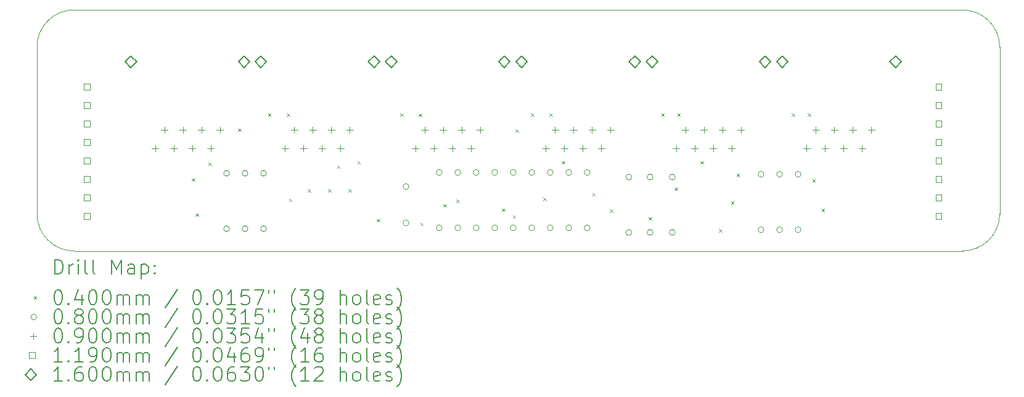
<source format=gbr>
%TF.GenerationSoftware,KiCad,Pcbnew,7.0.1*%
%TF.CreationDate,2023-07-05T16:18:23-05:00*%
%TF.ProjectId,pn5180 mcp23008 breakout board,706e3531-3830-4206-9d63-703233303038,rev?*%
%TF.SameCoordinates,Original*%
%TF.FileFunction,Drillmap*%
%TF.FilePolarity,Positive*%
%FSLAX45Y45*%
G04 Gerber Fmt 4.5, Leading zero omitted, Abs format (unit mm)*
G04 Created by KiCad (PCBNEW 7.0.1) date 2023-07-05 16:18:23*
%MOMM*%
%LPD*%
G01*
G04 APERTURE LIST*
%ADD10C,0.100000*%
%ADD11C,0.200000*%
%ADD12C,0.040000*%
%ADD13C,0.080000*%
%ADD14C,0.090000*%
%ADD15C,0.119000*%
%ADD16C,0.160000*%
G04 APERTURE END LIST*
D10*
X21069300Y-10795000D02*
X8864600Y-10795000D01*
X8356600Y-7988300D02*
X8356600Y-10287000D01*
X8864600Y-7480300D02*
X21069300Y-7480300D01*
X21577300Y-7988300D02*
X21577300Y-10287000D01*
X21577300Y-7988300D02*
G75*
G03*
X21069300Y-7480300I-508000J0D01*
G01*
X8864600Y-7480300D02*
G75*
G03*
X8356600Y-7988300I0J-508000D01*
G01*
X8356600Y-10287000D02*
G75*
G03*
X8864600Y-10795000I508000J0D01*
G01*
X21069300Y-10795000D02*
G75*
G03*
X21577300Y-10287000I0J508000D01*
G01*
D11*
D12*
X10482900Y-9797100D02*
X10522900Y-9837100D01*
X10522900Y-9797100D02*
X10482900Y-9837100D01*
X10533700Y-10279700D02*
X10573700Y-10319700D01*
X10573700Y-10279700D02*
X10533700Y-10319700D01*
X10711500Y-9581200D02*
X10751500Y-9621200D01*
X10751500Y-9581200D02*
X10711500Y-9621200D01*
X11117900Y-9111300D02*
X11157900Y-9151300D01*
X11157900Y-9111300D02*
X11117900Y-9151300D01*
X11528650Y-8903750D02*
X11568650Y-8943750D01*
X11568650Y-8903750D02*
X11528650Y-8943750D01*
X11786196Y-8903750D02*
X11826196Y-8943750D01*
X11826196Y-8903750D02*
X11786196Y-8943750D01*
X11816400Y-10076500D02*
X11856400Y-10116500D01*
X11856400Y-10076500D02*
X11816400Y-10116500D01*
X12076100Y-9942200D02*
X12116100Y-9982200D01*
X12116100Y-9942200D02*
X12076100Y-9982200D01*
X12355500Y-9942200D02*
X12395500Y-9982200D01*
X12395500Y-9942200D02*
X12355500Y-9982200D01*
X12476800Y-9619300D02*
X12516800Y-9659300D01*
X12516800Y-9619300D02*
X12476800Y-9659300D01*
X12634900Y-9942200D02*
X12674900Y-9982200D01*
X12674900Y-9942200D02*
X12634900Y-9982200D01*
X12756200Y-9557950D02*
X12796200Y-9597950D01*
X12796200Y-9557950D02*
X12756200Y-9597950D01*
X13022900Y-10355900D02*
X13062900Y-10395900D01*
X13062900Y-10355900D02*
X13022900Y-10395900D01*
X13344900Y-8903750D02*
X13384900Y-8943750D01*
X13384900Y-8903750D02*
X13344900Y-8943750D01*
X13598121Y-8907471D02*
X13638121Y-8947471D01*
X13638121Y-8907471D02*
X13598121Y-8947471D01*
X13619800Y-10406700D02*
X13659800Y-10446700D01*
X13659800Y-10406700D02*
X13619800Y-10446700D01*
X13937300Y-10152700D02*
X13977300Y-10192700D01*
X13977300Y-10152700D02*
X13937300Y-10192700D01*
X14115100Y-10087450D02*
X14155100Y-10127450D01*
X14155100Y-10087450D02*
X14115100Y-10127450D01*
X14742249Y-10211351D02*
X14782249Y-10251351D01*
X14782249Y-10211351D02*
X14742249Y-10251351D01*
X14889800Y-10305100D02*
X14929800Y-10345100D01*
X14929800Y-10305100D02*
X14889800Y-10345100D01*
X14927900Y-9124000D02*
X14967900Y-9164000D01*
X14967900Y-9124000D02*
X14927900Y-9164000D01*
X15138950Y-8904210D02*
X15178950Y-8944210D01*
X15178950Y-8904210D02*
X15138950Y-8944210D01*
X15308900Y-10063800D02*
X15348900Y-10103800D01*
X15348900Y-10063800D02*
X15308900Y-10103800D01*
X15390869Y-8903750D02*
X15430869Y-8943750D01*
X15430869Y-8903750D02*
X15390869Y-8943750D01*
X15562900Y-9557950D02*
X15602900Y-9597950D01*
X15602900Y-9557950D02*
X15562900Y-9597950D01*
X15982000Y-10000300D02*
X16022000Y-10040300D01*
X16022000Y-10000300D02*
X15982000Y-10040300D01*
X16223300Y-10226400D02*
X16263300Y-10266400D01*
X16263300Y-10226400D02*
X16223300Y-10266400D01*
X16756700Y-10330500D02*
X16796700Y-10370500D01*
X16796700Y-10330500D02*
X16756700Y-10370500D01*
X16929650Y-8903750D02*
X16969650Y-8943750D01*
X16969650Y-8903750D02*
X16929650Y-8943750D01*
X17112300Y-9924100D02*
X17152300Y-9964100D01*
X17152300Y-9924100D02*
X17112300Y-9964100D01*
X17149550Y-8903750D02*
X17189550Y-8943750D01*
X17189550Y-8903750D02*
X17149550Y-8943750D01*
X17467900Y-9557950D02*
X17507900Y-9597950D01*
X17507900Y-9557950D02*
X17467900Y-9597950D01*
X17721900Y-10495600D02*
X17761900Y-10535600D01*
X17761900Y-10495600D02*
X17721900Y-10535600D01*
X17887000Y-10114600D02*
X17927000Y-10154600D01*
X17927000Y-10114600D02*
X17887000Y-10154600D01*
X17963200Y-9733600D02*
X18003200Y-9773600D01*
X18003200Y-9733600D02*
X17963200Y-9773600D01*
X18720350Y-8903750D02*
X18760350Y-8943750D01*
X18760350Y-8903750D02*
X18720350Y-8943750D01*
X18941100Y-8903750D02*
X18981100Y-8943750D01*
X18981100Y-8903750D02*
X18941100Y-8943750D01*
X19004600Y-9807750D02*
X19044600Y-9847750D01*
X19044600Y-9807750D02*
X19004600Y-9847750D01*
X19131600Y-10216200D02*
X19171600Y-10256200D01*
X19171600Y-10216200D02*
X19131600Y-10256200D01*
D13*
X11000100Y-9728200D02*
G75*
G03*
X11000100Y-9728200I-40000J0D01*
G01*
X11000100Y-10490200D02*
G75*
G03*
X11000100Y-10490200I-40000J0D01*
G01*
X11254100Y-9728200D02*
G75*
G03*
X11254100Y-9728200I-40000J0D01*
G01*
X11254100Y-10490200D02*
G75*
G03*
X11254100Y-10490200I-40000J0D01*
G01*
X11508100Y-9728200D02*
G75*
G03*
X11508100Y-9728200I-40000J0D01*
G01*
X11508100Y-10490200D02*
G75*
G03*
X11508100Y-10490200I-40000J0D01*
G01*
X13463900Y-9910000D02*
G75*
G03*
X13463900Y-9910000I-40000J0D01*
G01*
X13463900Y-10410000D02*
G75*
G03*
X13463900Y-10410000I-40000J0D01*
G01*
X13921100Y-9715500D02*
G75*
G03*
X13921100Y-9715500I-40000J0D01*
G01*
X13921100Y-10477500D02*
G75*
G03*
X13921100Y-10477500I-40000J0D01*
G01*
X14175100Y-9715500D02*
G75*
G03*
X14175100Y-9715500I-40000J0D01*
G01*
X14175100Y-10477500D02*
G75*
G03*
X14175100Y-10477500I-40000J0D01*
G01*
X14429100Y-9715500D02*
G75*
G03*
X14429100Y-9715500I-40000J0D01*
G01*
X14429100Y-10477500D02*
G75*
G03*
X14429100Y-10477500I-40000J0D01*
G01*
X14683100Y-9715500D02*
G75*
G03*
X14683100Y-9715500I-40000J0D01*
G01*
X14683100Y-10477500D02*
G75*
G03*
X14683100Y-10477500I-40000J0D01*
G01*
X14937100Y-9715500D02*
G75*
G03*
X14937100Y-9715500I-40000J0D01*
G01*
X14937100Y-10477500D02*
G75*
G03*
X14937100Y-10477500I-40000J0D01*
G01*
X15191100Y-9715500D02*
G75*
G03*
X15191100Y-9715500I-40000J0D01*
G01*
X15191100Y-10477500D02*
G75*
G03*
X15191100Y-10477500I-40000J0D01*
G01*
X15445100Y-9715500D02*
G75*
G03*
X15445100Y-9715500I-40000J0D01*
G01*
X15445100Y-10477500D02*
G75*
G03*
X15445100Y-10477500I-40000J0D01*
G01*
X15699100Y-9715500D02*
G75*
G03*
X15699100Y-9715500I-40000J0D01*
G01*
X15699100Y-10477500D02*
G75*
G03*
X15699100Y-10477500I-40000J0D01*
G01*
X15953100Y-9715500D02*
G75*
G03*
X15953100Y-9715500I-40000J0D01*
G01*
X15953100Y-10477500D02*
G75*
G03*
X15953100Y-10477500I-40000J0D01*
G01*
X16524600Y-9779000D02*
G75*
G03*
X16524600Y-9779000I-40000J0D01*
G01*
X16524600Y-10541000D02*
G75*
G03*
X16524600Y-10541000I-40000J0D01*
G01*
X16816700Y-9779000D02*
G75*
G03*
X16816700Y-9779000I-40000J0D01*
G01*
X16816700Y-10541000D02*
G75*
G03*
X16816700Y-10541000I-40000J0D01*
G01*
X17121500Y-9779000D02*
G75*
G03*
X17121500Y-9779000I-40000J0D01*
G01*
X17121500Y-10541000D02*
G75*
G03*
X17121500Y-10541000I-40000J0D01*
G01*
X18340700Y-9740900D02*
G75*
G03*
X18340700Y-9740900I-40000J0D01*
G01*
X18340700Y-10502900D02*
G75*
G03*
X18340700Y-10502900I-40000J0D01*
G01*
X18594700Y-9740900D02*
G75*
G03*
X18594700Y-9740900I-40000J0D01*
G01*
X18594700Y-10502900D02*
G75*
G03*
X18594700Y-10502900I-40000J0D01*
G01*
X18848700Y-9740900D02*
G75*
G03*
X18848700Y-9740900I-40000J0D01*
G01*
X18848700Y-10502900D02*
G75*
G03*
X18848700Y-10502900I-40000J0D01*
G01*
D14*
X9979900Y-9340500D02*
X9979900Y-9430500D01*
X9934900Y-9385500D02*
X10024900Y-9385500D01*
X10106900Y-9086500D02*
X10106900Y-9176500D01*
X10061900Y-9131500D02*
X10151900Y-9131500D01*
X10233900Y-9340500D02*
X10233900Y-9430500D01*
X10188900Y-9385500D02*
X10278900Y-9385500D01*
X10360900Y-9086500D02*
X10360900Y-9176500D01*
X10315900Y-9131500D02*
X10405900Y-9131500D01*
X10487900Y-9340500D02*
X10487900Y-9430500D01*
X10442900Y-9385500D02*
X10532900Y-9385500D01*
X10614900Y-9086500D02*
X10614900Y-9176500D01*
X10569900Y-9131500D02*
X10659900Y-9131500D01*
X10741900Y-9340500D02*
X10741900Y-9430500D01*
X10696900Y-9385500D02*
X10786900Y-9385500D01*
X10868900Y-9086500D02*
X10868900Y-9176500D01*
X10823900Y-9131500D02*
X10913900Y-9131500D01*
X11762500Y-9340500D02*
X11762500Y-9430500D01*
X11717500Y-9385500D02*
X11807500Y-9385500D01*
X11889500Y-9086500D02*
X11889500Y-9176500D01*
X11844500Y-9131500D02*
X11934500Y-9131500D01*
X12016500Y-9340500D02*
X12016500Y-9430500D01*
X11971500Y-9385500D02*
X12061500Y-9385500D01*
X12143500Y-9086500D02*
X12143500Y-9176500D01*
X12098500Y-9131500D02*
X12188500Y-9131500D01*
X12270500Y-9340500D02*
X12270500Y-9430500D01*
X12225500Y-9385500D02*
X12315500Y-9385500D01*
X12397500Y-9086500D02*
X12397500Y-9176500D01*
X12352500Y-9131500D02*
X12442500Y-9131500D01*
X12524500Y-9340500D02*
X12524500Y-9430500D01*
X12479500Y-9385500D02*
X12569500Y-9385500D01*
X12651500Y-9086500D02*
X12651500Y-9176500D01*
X12606500Y-9131500D02*
X12696500Y-9131500D01*
X13553200Y-9340500D02*
X13553200Y-9430500D01*
X13508200Y-9385500D02*
X13598200Y-9385500D01*
X13680200Y-9086500D02*
X13680200Y-9176500D01*
X13635200Y-9131500D02*
X13725200Y-9131500D01*
X13807200Y-9340500D02*
X13807200Y-9430500D01*
X13762200Y-9385500D02*
X13852200Y-9385500D01*
X13934200Y-9086500D02*
X13934200Y-9176500D01*
X13889200Y-9131500D02*
X13979200Y-9131500D01*
X14061200Y-9340500D02*
X14061200Y-9430500D01*
X14016200Y-9385500D02*
X14106200Y-9385500D01*
X14188200Y-9086500D02*
X14188200Y-9176500D01*
X14143200Y-9131500D02*
X14233200Y-9131500D01*
X14315200Y-9340500D02*
X14315200Y-9430500D01*
X14270200Y-9385500D02*
X14360200Y-9385500D01*
X14442200Y-9086500D02*
X14442200Y-9176500D01*
X14397200Y-9131500D02*
X14487200Y-9131500D01*
X15343900Y-9340500D02*
X15343900Y-9430500D01*
X15298900Y-9385500D02*
X15388900Y-9385500D01*
X15470900Y-9086500D02*
X15470900Y-9176500D01*
X15425900Y-9131500D02*
X15515900Y-9131500D01*
X15597900Y-9340500D02*
X15597900Y-9430500D01*
X15552900Y-9385500D02*
X15642900Y-9385500D01*
X15724900Y-9086500D02*
X15724900Y-9176500D01*
X15679900Y-9131500D02*
X15769900Y-9131500D01*
X15851900Y-9340500D02*
X15851900Y-9430500D01*
X15806900Y-9385500D02*
X15896900Y-9385500D01*
X15978900Y-9086500D02*
X15978900Y-9176500D01*
X15933900Y-9131500D02*
X16023900Y-9131500D01*
X16105900Y-9340500D02*
X16105900Y-9430500D01*
X16060900Y-9385500D02*
X16150900Y-9385500D01*
X16232900Y-9086500D02*
X16232900Y-9176500D01*
X16187900Y-9131500D02*
X16277900Y-9131500D01*
X17134600Y-9340500D02*
X17134600Y-9430500D01*
X17089600Y-9385500D02*
X17179600Y-9385500D01*
X17261600Y-9086500D02*
X17261600Y-9176500D01*
X17216600Y-9131500D02*
X17306600Y-9131500D01*
X17388600Y-9340500D02*
X17388600Y-9430500D01*
X17343600Y-9385500D02*
X17433600Y-9385500D01*
X17515600Y-9086500D02*
X17515600Y-9176500D01*
X17470600Y-9131500D02*
X17560600Y-9131500D01*
X17642600Y-9340500D02*
X17642600Y-9430500D01*
X17597600Y-9385500D02*
X17687600Y-9385500D01*
X17769600Y-9086500D02*
X17769600Y-9176500D01*
X17724600Y-9131500D02*
X17814600Y-9131500D01*
X17896600Y-9340500D02*
X17896600Y-9430500D01*
X17851600Y-9385500D02*
X17941600Y-9385500D01*
X18023600Y-9086500D02*
X18023600Y-9176500D01*
X17978600Y-9131500D02*
X18068600Y-9131500D01*
X18925300Y-9340500D02*
X18925300Y-9430500D01*
X18880300Y-9385500D02*
X18970300Y-9385500D01*
X19052300Y-9086500D02*
X19052300Y-9176500D01*
X19007300Y-9131500D02*
X19097300Y-9131500D01*
X19179300Y-9340500D02*
X19179300Y-9430500D01*
X19134300Y-9385500D02*
X19224300Y-9385500D01*
X19306300Y-9086500D02*
X19306300Y-9176500D01*
X19261300Y-9131500D02*
X19351300Y-9131500D01*
X19433300Y-9340500D02*
X19433300Y-9430500D01*
X19388300Y-9385500D02*
X19478300Y-9385500D01*
X19560300Y-9086500D02*
X19560300Y-9176500D01*
X19515300Y-9131500D02*
X19605300Y-9131500D01*
X19687300Y-9340500D02*
X19687300Y-9430500D01*
X19642300Y-9385500D02*
X19732300Y-9385500D01*
X19814300Y-9086500D02*
X19814300Y-9176500D01*
X19769300Y-9131500D02*
X19859300Y-9131500D01*
D15*
X9084473Y-8576473D02*
X9084473Y-8492327D01*
X9000327Y-8492327D01*
X9000327Y-8576473D01*
X9084473Y-8576473D01*
X9084473Y-8830473D02*
X9084473Y-8746327D01*
X9000327Y-8746327D01*
X9000327Y-8830473D01*
X9084473Y-8830473D01*
X9084473Y-9084473D02*
X9084473Y-9000327D01*
X9000327Y-9000327D01*
X9000327Y-9084473D01*
X9084473Y-9084473D01*
X9084473Y-9338473D02*
X9084473Y-9254327D01*
X9000327Y-9254327D01*
X9000327Y-9338473D01*
X9084473Y-9338473D01*
X9084473Y-9592473D02*
X9084473Y-9508327D01*
X9000327Y-9508327D01*
X9000327Y-9592473D01*
X9084473Y-9592473D01*
X9084473Y-9846473D02*
X9084473Y-9762327D01*
X9000327Y-9762327D01*
X9000327Y-9846473D01*
X9084473Y-9846473D01*
X9084473Y-10100473D02*
X9084473Y-10016327D01*
X9000327Y-10016327D01*
X9000327Y-10100473D01*
X9084473Y-10100473D01*
X9084473Y-10354473D02*
X9084473Y-10270327D01*
X9000327Y-10270327D01*
X9000327Y-10354473D01*
X9084473Y-10354473D01*
X20781173Y-8576473D02*
X20781173Y-8492327D01*
X20697027Y-8492327D01*
X20697027Y-8576473D01*
X20781173Y-8576473D01*
X20781173Y-8830473D02*
X20781173Y-8746327D01*
X20697027Y-8746327D01*
X20697027Y-8830473D01*
X20781173Y-8830473D01*
X20781173Y-9084473D02*
X20781173Y-9000327D01*
X20697027Y-9000327D01*
X20697027Y-9084473D01*
X20781173Y-9084473D01*
X20781173Y-9338473D02*
X20781173Y-9254327D01*
X20697027Y-9254327D01*
X20697027Y-9338473D01*
X20781173Y-9338473D01*
X20781173Y-9592473D02*
X20781173Y-9508327D01*
X20697027Y-9508327D01*
X20697027Y-9592473D01*
X20781173Y-9592473D01*
X20781173Y-9846473D02*
X20781173Y-9762327D01*
X20697027Y-9762327D01*
X20697027Y-9846473D01*
X20781173Y-9846473D01*
X20781173Y-10100473D02*
X20781173Y-10016327D01*
X20697027Y-10016327D01*
X20697027Y-10100473D01*
X20781173Y-10100473D01*
X20781173Y-10354473D02*
X20781173Y-10270327D01*
X20697027Y-10270327D01*
X20697027Y-10354473D01*
X20781173Y-10354473D01*
D16*
X9647400Y-8271500D02*
X9727400Y-8191500D01*
X9647400Y-8111500D01*
X9567400Y-8191500D01*
X9647400Y-8271500D01*
X11201400Y-8271500D02*
X11281400Y-8191500D01*
X11201400Y-8111500D01*
X11121400Y-8191500D01*
X11201400Y-8271500D01*
X11430000Y-8271500D02*
X11510000Y-8191500D01*
X11430000Y-8111500D01*
X11350000Y-8191500D01*
X11430000Y-8271500D01*
X12984000Y-8271500D02*
X13064000Y-8191500D01*
X12984000Y-8111500D01*
X12904000Y-8191500D01*
X12984000Y-8271500D01*
X13220700Y-8271500D02*
X13300700Y-8191500D01*
X13220700Y-8111500D01*
X13140700Y-8191500D01*
X13220700Y-8271500D01*
X14774700Y-8271500D02*
X14854700Y-8191500D01*
X14774700Y-8111500D01*
X14694700Y-8191500D01*
X14774700Y-8271500D01*
X15011400Y-8271500D02*
X15091400Y-8191500D01*
X15011400Y-8111500D01*
X14931400Y-8191500D01*
X15011400Y-8271500D01*
X16565400Y-8271500D02*
X16645400Y-8191500D01*
X16565400Y-8111500D01*
X16485400Y-8191500D01*
X16565400Y-8271500D01*
X16802100Y-8271500D02*
X16882100Y-8191500D01*
X16802100Y-8111500D01*
X16722100Y-8191500D01*
X16802100Y-8271500D01*
X18356100Y-8271500D02*
X18436100Y-8191500D01*
X18356100Y-8111500D01*
X18276100Y-8191500D01*
X18356100Y-8271500D01*
X18592800Y-8271500D02*
X18672800Y-8191500D01*
X18592800Y-8111500D01*
X18512800Y-8191500D01*
X18592800Y-8271500D01*
X20146800Y-8271500D02*
X20226800Y-8191500D01*
X20146800Y-8111500D01*
X20066800Y-8191500D01*
X20146800Y-8271500D01*
D11*
X8599219Y-11112524D02*
X8599219Y-10912524D01*
X8599219Y-10912524D02*
X8646838Y-10912524D01*
X8646838Y-10912524D02*
X8675410Y-10922048D01*
X8675410Y-10922048D02*
X8694457Y-10941095D01*
X8694457Y-10941095D02*
X8703981Y-10960143D01*
X8703981Y-10960143D02*
X8713505Y-10998238D01*
X8713505Y-10998238D02*
X8713505Y-11026810D01*
X8713505Y-11026810D02*
X8703981Y-11064905D01*
X8703981Y-11064905D02*
X8694457Y-11083952D01*
X8694457Y-11083952D02*
X8675410Y-11103000D01*
X8675410Y-11103000D02*
X8646838Y-11112524D01*
X8646838Y-11112524D02*
X8599219Y-11112524D01*
X8799219Y-11112524D02*
X8799219Y-10979190D01*
X8799219Y-11017286D02*
X8808743Y-10998238D01*
X8808743Y-10998238D02*
X8818267Y-10988714D01*
X8818267Y-10988714D02*
X8837314Y-10979190D01*
X8837314Y-10979190D02*
X8856362Y-10979190D01*
X8923029Y-11112524D02*
X8923029Y-10979190D01*
X8923029Y-10912524D02*
X8913505Y-10922048D01*
X8913505Y-10922048D02*
X8923029Y-10931571D01*
X8923029Y-10931571D02*
X8932552Y-10922048D01*
X8932552Y-10922048D02*
X8923029Y-10912524D01*
X8923029Y-10912524D02*
X8923029Y-10931571D01*
X9046838Y-11112524D02*
X9027790Y-11103000D01*
X9027790Y-11103000D02*
X9018267Y-11083952D01*
X9018267Y-11083952D02*
X9018267Y-10912524D01*
X9151600Y-11112524D02*
X9132552Y-11103000D01*
X9132552Y-11103000D02*
X9123029Y-11083952D01*
X9123029Y-11083952D02*
X9123029Y-10912524D01*
X9380171Y-11112524D02*
X9380171Y-10912524D01*
X9380171Y-10912524D02*
X9446838Y-11055381D01*
X9446838Y-11055381D02*
X9513505Y-10912524D01*
X9513505Y-10912524D02*
X9513505Y-11112524D01*
X9694457Y-11112524D02*
X9694457Y-11007762D01*
X9694457Y-11007762D02*
X9684933Y-10988714D01*
X9684933Y-10988714D02*
X9665886Y-10979190D01*
X9665886Y-10979190D02*
X9627790Y-10979190D01*
X9627790Y-10979190D02*
X9608743Y-10988714D01*
X9694457Y-11103000D02*
X9675410Y-11112524D01*
X9675410Y-11112524D02*
X9627790Y-11112524D01*
X9627790Y-11112524D02*
X9608743Y-11103000D01*
X9608743Y-11103000D02*
X9599219Y-11083952D01*
X9599219Y-11083952D02*
X9599219Y-11064905D01*
X9599219Y-11064905D02*
X9608743Y-11045857D01*
X9608743Y-11045857D02*
X9627790Y-11036333D01*
X9627790Y-11036333D02*
X9675410Y-11036333D01*
X9675410Y-11036333D02*
X9694457Y-11026810D01*
X9789695Y-10979190D02*
X9789695Y-11179190D01*
X9789695Y-10988714D02*
X9808743Y-10979190D01*
X9808743Y-10979190D02*
X9846838Y-10979190D01*
X9846838Y-10979190D02*
X9865886Y-10988714D01*
X9865886Y-10988714D02*
X9875410Y-10998238D01*
X9875410Y-10998238D02*
X9884933Y-11017286D01*
X9884933Y-11017286D02*
X9884933Y-11074429D01*
X9884933Y-11074429D02*
X9875410Y-11093476D01*
X9875410Y-11093476D02*
X9865886Y-11103000D01*
X9865886Y-11103000D02*
X9846838Y-11112524D01*
X9846838Y-11112524D02*
X9808743Y-11112524D01*
X9808743Y-11112524D02*
X9789695Y-11103000D01*
X9970648Y-11093476D02*
X9980171Y-11103000D01*
X9980171Y-11103000D02*
X9970648Y-11112524D01*
X9970648Y-11112524D02*
X9961124Y-11103000D01*
X9961124Y-11103000D02*
X9970648Y-11093476D01*
X9970648Y-11093476D02*
X9970648Y-11112524D01*
X9970648Y-10988714D02*
X9980171Y-10998238D01*
X9980171Y-10998238D02*
X9970648Y-11007762D01*
X9970648Y-11007762D02*
X9961124Y-10998238D01*
X9961124Y-10998238D02*
X9970648Y-10988714D01*
X9970648Y-10988714D02*
X9970648Y-11007762D01*
D12*
X8311600Y-11420000D02*
X8351600Y-11460000D01*
X8351600Y-11420000D02*
X8311600Y-11460000D01*
D11*
X8637314Y-11332524D02*
X8656362Y-11332524D01*
X8656362Y-11332524D02*
X8675410Y-11342048D01*
X8675410Y-11342048D02*
X8684933Y-11351571D01*
X8684933Y-11351571D02*
X8694457Y-11370619D01*
X8694457Y-11370619D02*
X8703981Y-11408714D01*
X8703981Y-11408714D02*
X8703981Y-11456333D01*
X8703981Y-11456333D02*
X8694457Y-11494428D01*
X8694457Y-11494428D02*
X8684933Y-11513476D01*
X8684933Y-11513476D02*
X8675410Y-11523000D01*
X8675410Y-11523000D02*
X8656362Y-11532524D01*
X8656362Y-11532524D02*
X8637314Y-11532524D01*
X8637314Y-11532524D02*
X8618267Y-11523000D01*
X8618267Y-11523000D02*
X8608743Y-11513476D01*
X8608743Y-11513476D02*
X8599219Y-11494428D01*
X8599219Y-11494428D02*
X8589695Y-11456333D01*
X8589695Y-11456333D02*
X8589695Y-11408714D01*
X8589695Y-11408714D02*
X8599219Y-11370619D01*
X8599219Y-11370619D02*
X8608743Y-11351571D01*
X8608743Y-11351571D02*
X8618267Y-11342048D01*
X8618267Y-11342048D02*
X8637314Y-11332524D01*
X8789695Y-11513476D02*
X8799219Y-11523000D01*
X8799219Y-11523000D02*
X8789695Y-11532524D01*
X8789695Y-11532524D02*
X8780171Y-11523000D01*
X8780171Y-11523000D02*
X8789695Y-11513476D01*
X8789695Y-11513476D02*
X8789695Y-11532524D01*
X8970648Y-11399190D02*
X8970648Y-11532524D01*
X8923029Y-11323000D02*
X8875410Y-11465857D01*
X8875410Y-11465857D02*
X8999219Y-11465857D01*
X9113505Y-11332524D02*
X9132552Y-11332524D01*
X9132552Y-11332524D02*
X9151600Y-11342048D01*
X9151600Y-11342048D02*
X9161124Y-11351571D01*
X9161124Y-11351571D02*
X9170648Y-11370619D01*
X9170648Y-11370619D02*
X9180171Y-11408714D01*
X9180171Y-11408714D02*
X9180171Y-11456333D01*
X9180171Y-11456333D02*
X9170648Y-11494428D01*
X9170648Y-11494428D02*
X9161124Y-11513476D01*
X9161124Y-11513476D02*
X9151600Y-11523000D01*
X9151600Y-11523000D02*
X9132552Y-11532524D01*
X9132552Y-11532524D02*
X9113505Y-11532524D01*
X9113505Y-11532524D02*
X9094457Y-11523000D01*
X9094457Y-11523000D02*
X9084933Y-11513476D01*
X9084933Y-11513476D02*
X9075410Y-11494428D01*
X9075410Y-11494428D02*
X9065886Y-11456333D01*
X9065886Y-11456333D02*
X9065886Y-11408714D01*
X9065886Y-11408714D02*
X9075410Y-11370619D01*
X9075410Y-11370619D02*
X9084933Y-11351571D01*
X9084933Y-11351571D02*
X9094457Y-11342048D01*
X9094457Y-11342048D02*
X9113505Y-11332524D01*
X9303981Y-11332524D02*
X9323029Y-11332524D01*
X9323029Y-11332524D02*
X9342076Y-11342048D01*
X9342076Y-11342048D02*
X9351600Y-11351571D01*
X9351600Y-11351571D02*
X9361124Y-11370619D01*
X9361124Y-11370619D02*
X9370648Y-11408714D01*
X9370648Y-11408714D02*
X9370648Y-11456333D01*
X9370648Y-11456333D02*
X9361124Y-11494428D01*
X9361124Y-11494428D02*
X9351600Y-11513476D01*
X9351600Y-11513476D02*
X9342076Y-11523000D01*
X9342076Y-11523000D02*
X9323029Y-11532524D01*
X9323029Y-11532524D02*
X9303981Y-11532524D01*
X9303981Y-11532524D02*
X9284933Y-11523000D01*
X9284933Y-11523000D02*
X9275410Y-11513476D01*
X9275410Y-11513476D02*
X9265886Y-11494428D01*
X9265886Y-11494428D02*
X9256362Y-11456333D01*
X9256362Y-11456333D02*
X9256362Y-11408714D01*
X9256362Y-11408714D02*
X9265886Y-11370619D01*
X9265886Y-11370619D02*
X9275410Y-11351571D01*
X9275410Y-11351571D02*
X9284933Y-11342048D01*
X9284933Y-11342048D02*
X9303981Y-11332524D01*
X9456362Y-11532524D02*
X9456362Y-11399190D01*
X9456362Y-11418238D02*
X9465886Y-11408714D01*
X9465886Y-11408714D02*
X9484933Y-11399190D01*
X9484933Y-11399190D02*
X9513505Y-11399190D01*
X9513505Y-11399190D02*
X9532552Y-11408714D01*
X9532552Y-11408714D02*
X9542076Y-11427762D01*
X9542076Y-11427762D02*
X9542076Y-11532524D01*
X9542076Y-11427762D02*
X9551600Y-11408714D01*
X9551600Y-11408714D02*
X9570648Y-11399190D01*
X9570648Y-11399190D02*
X9599219Y-11399190D01*
X9599219Y-11399190D02*
X9618267Y-11408714D01*
X9618267Y-11408714D02*
X9627791Y-11427762D01*
X9627791Y-11427762D02*
X9627791Y-11532524D01*
X9723029Y-11532524D02*
X9723029Y-11399190D01*
X9723029Y-11418238D02*
X9732552Y-11408714D01*
X9732552Y-11408714D02*
X9751600Y-11399190D01*
X9751600Y-11399190D02*
X9780172Y-11399190D01*
X9780172Y-11399190D02*
X9799219Y-11408714D01*
X9799219Y-11408714D02*
X9808743Y-11427762D01*
X9808743Y-11427762D02*
X9808743Y-11532524D01*
X9808743Y-11427762D02*
X9818267Y-11408714D01*
X9818267Y-11408714D02*
X9837314Y-11399190D01*
X9837314Y-11399190D02*
X9865886Y-11399190D01*
X9865886Y-11399190D02*
X9884933Y-11408714D01*
X9884933Y-11408714D02*
X9894457Y-11427762D01*
X9894457Y-11427762D02*
X9894457Y-11532524D01*
X10284933Y-11323000D02*
X10113505Y-11580143D01*
X10542076Y-11332524D02*
X10561124Y-11332524D01*
X10561124Y-11332524D02*
X10580172Y-11342048D01*
X10580172Y-11342048D02*
X10589695Y-11351571D01*
X10589695Y-11351571D02*
X10599219Y-11370619D01*
X10599219Y-11370619D02*
X10608743Y-11408714D01*
X10608743Y-11408714D02*
X10608743Y-11456333D01*
X10608743Y-11456333D02*
X10599219Y-11494428D01*
X10599219Y-11494428D02*
X10589695Y-11513476D01*
X10589695Y-11513476D02*
X10580172Y-11523000D01*
X10580172Y-11523000D02*
X10561124Y-11532524D01*
X10561124Y-11532524D02*
X10542076Y-11532524D01*
X10542076Y-11532524D02*
X10523029Y-11523000D01*
X10523029Y-11523000D02*
X10513505Y-11513476D01*
X10513505Y-11513476D02*
X10503981Y-11494428D01*
X10503981Y-11494428D02*
X10494457Y-11456333D01*
X10494457Y-11456333D02*
X10494457Y-11408714D01*
X10494457Y-11408714D02*
X10503981Y-11370619D01*
X10503981Y-11370619D02*
X10513505Y-11351571D01*
X10513505Y-11351571D02*
X10523029Y-11342048D01*
X10523029Y-11342048D02*
X10542076Y-11332524D01*
X10694457Y-11513476D02*
X10703981Y-11523000D01*
X10703981Y-11523000D02*
X10694457Y-11532524D01*
X10694457Y-11532524D02*
X10684934Y-11523000D01*
X10684934Y-11523000D02*
X10694457Y-11513476D01*
X10694457Y-11513476D02*
X10694457Y-11532524D01*
X10827791Y-11332524D02*
X10846838Y-11332524D01*
X10846838Y-11332524D02*
X10865886Y-11342048D01*
X10865886Y-11342048D02*
X10875410Y-11351571D01*
X10875410Y-11351571D02*
X10884934Y-11370619D01*
X10884934Y-11370619D02*
X10894457Y-11408714D01*
X10894457Y-11408714D02*
X10894457Y-11456333D01*
X10894457Y-11456333D02*
X10884934Y-11494428D01*
X10884934Y-11494428D02*
X10875410Y-11513476D01*
X10875410Y-11513476D02*
X10865886Y-11523000D01*
X10865886Y-11523000D02*
X10846838Y-11532524D01*
X10846838Y-11532524D02*
X10827791Y-11532524D01*
X10827791Y-11532524D02*
X10808743Y-11523000D01*
X10808743Y-11523000D02*
X10799219Y-11513476D01*
X10799219Y-11513476D02*
X10789695Y-11494428D01*
X10789695Y-11494428D02*
X10780172Y-11456333D01*
X10780172Y-11456333D02*
X10780172Y-11408714D01*
X10780172Y-11408714D02*
X10789695Y-11370619D01*
X10789695Y-11370619D02*
X10799219Y-11351571D01*
X10799219Y-11351571D02*
X10808743Y-11342048D01*
X10808743Y-11342048D02*
X10827791Y-11332524D01*
X11084934Y-11532524D02*
X10970648Y-11532524D01*
X11027791Y-11532524D02*
X11027791Y-11332524D01*
X11027791Y-11332524D02*
X11008743Y-11361095D01*
X11008743Y-11361095D02*
X10989695Y-11380143D01*
X10989695Y-11380143D02*
X10970648Y-11389667D01*
X11265886Y-11332524D02*
X11170648Y-11332524D01*
X11170648Y-11332524D02*
X11161124Y-11427762D01*
X11161124Y-11427762D02*
X11170648Y-11418238D01*
X11170648Y-11418238D02*
X11189695Y-11408714D01*
X11189695Y-11408714D02*
X11237314Y-11408714D01*
X11237314Y-11408714D02*
X11256362Y-11418238D01*
X11256362Y-11418238D02*
X11265886Y-11427762D01*
X11265886Y-11427762D02*
X11275410Y-11446809D01*
X11275410Y-11446809D02*
X11275410Y-11494428D01*
X11275410Y-11494428D02*
X11265886Y-11513476D01*
X11265886Y-11513476D02*
X11256362Y-11523000D01*
X11256362Y-11523000D02*
X11237314Y-11532524D01*
X11237314Y-11532524D02*
X11189695Y-11532524D01*
X11189695Y-11532524D02*
X11170648Y-11523000D01*
X11170648Y-11523000D02*
X11161124Y-11513476D01*
X11342076Y-11332524D02*
X11475410Y-11332524D01*
X11475410Y-11332524D02*
X11389695Y-11532524D01*
X11542076Y-11332524D02*
X11542076Y-11370619D01*
X11618267Y-11332524D02*
X11618267Y-11370619D01*
X11913505Y-11608714D02*
X11903981Y-11599190D01*
X11903981Y-11599190D02*
X11884934Y-11570619D01*
X11884934Y-11570619D02*
X11875410Y-11551571D01*
X11875410Y-11551571D02*
X11865886Y-11523000D01*
X11865886Y-11523000D02*
X11856362Y-11475381D01*
X11856362Y-11475381D02*
X11856362Y-11437286D01*
X11856362Y-11437286D02*
X11865886Y-11389667D01*
X11865886Y-11389667D02*
X11875410Y-11361095D01*
X11875410Y-11361095D02*
X11884934Y-11342048D01*
X11884934Y-11342048D02*
X11903981Y-11313476D01*
X11903981Y-11313476D02*
X11913505Y-11303952D01*
X11970648Y-11332524D02*
X12094457Y-11332524D01*
X12094457Y-11332524D02*
X12027791Y-11408714D01*
X12027791Y-11408714D02*
X12056362Y-11408714D01*
X12056362Y-11408714D02*
X12075410Y-11418238D01*
X12075410Y-11418238D02*
X12084934Y-11427762D01*
X12084934Y-11427762D02*
X12094457Y-11446809D01*
X12094457Y-11446809D02*
X12094457Y-11494428D01*
X12094457Y-11494428D02*
X12084934Y-11513476D01*
X12084934Y-11513476D02*
X12075410Y-11523000D01*
X12075410Y-11523000D02*
X12056362Y-11532524D01*
X12056362Y-11532524D02*
X11999219Y-11532524D01*
X11999219Y-11532524D02*
X11980172Y-11523000D01*
X11980172Y-11523000D02*
X11970648Y-11513476D01*
X12189695Y-11532524D02*
X12227791Y-11532524D01*
X12227791Y-11532524D02*
X12246838Y-11523000D01*
X12246838Y-11523000D02*
X12256362Y-11513476D01*
X12256362Y-11513476D02*
X12275410Y-11484905D01*
X12275410Y-11484905D02*
X12284934Y-11446809D01*
X12284934Y-11446809D02*
X12284934Y-11370619D01*
X12284934Y-11370619D02*
X12275410Y-11351571D01*
X12275410Y-11351571D02*
X12265886Y-11342048D01*
X12265886Y-11342048D02*
X12246838Y-11332524D01*
X12246838Y-11332524D02*
X12208743Y-11332524D01*
X12208743Y-11332524D02*
X12189695Y-11342048D01*
X12189695Y-11342048D02*
X12180172Y-11351571D01*
X12180172Y-11351571D02*
X12170648Y-11370619D01*
X12170648Y-11370619D02*
X12170648Y-11418238D01*
X12170648Y-11418238D02*
X12180172Y-11437286D01*
X12180172Y-11437286D02*
X12189695Y-11446809D01*
X12189695Y-11446809D02*
X12208743Y-11456333D01*
X12208743Y-11456333D02*
X12246838Y-11456333D01*
X12246838Y-11456333D02*
X12265886Y-11446809D01*
X12265886Y-11446809D02*
X12275410Y-11437286D01*
X12275410Y-11437286D02*
X12284934Y-11418238D01*
X12523029Y-11532524D02*
X12523029Y-11332524D01*
X12608743Y-11532524D02*
X12608743Y-11427762D01*
X12608743Y-11427762D02*
X12599219Y-11408714D01*
X12599219Y-11408714D02*
X12580172Y-11399190D01*
X12580172Y-11399190D02*
X12551600Y-11399190D01*
X12551600Y-11399190D02*
X12532553Y-11408714D01*
X12532553Y-11408714D02*
X12523029Y-11418238D01*
X12732553Y-11532524D02*
X12713505Y-11523000D01*
X12713505Y-11523000D02*
X12703981Y-11513476D01*
X12703981Y-11513476D02*
X12694457Y-11494428D01*
X12694457Y-11494428D02*
X12694457Y-11437286D01*
X12694457Y-11437286D02*
X12703981Y-11418238D01*
X12703981Y-11418238D02*
X12713505Y-11408714D01*
X12713505Y-11408714D02*
X12732553Y-11399190D01*
X12732553Y-11399190D02*
X12761124Y-11399190D01*
X12761124Y-11399190D02*
X12780172Y-11408714D01*
X12780172Y-11408714D02*
X12789696Y-11418238D01*
X12789696Y-11418238D02*
X12799219Y-11437286D01*
X12799219Y-11437286D02*
X12799219Y-11494428D01*
X12799219Y-11494428D02*
X12789696Y-11513476D01*
X12789696Y-11513476D02*
X12780172Y-11523000D01*
X12780172Y-11523000D02*
X12761124Y-11532524D01*
X12761124Y-11532524D02*
X12732553Y-11532524D01*
X12913505Y-11532524D02*
X12894457Y-11523000D01*
X12894457Y-11523000D02*
X12884934Y-11503952D01*
X12884934Y-11503952D02*
X12884934Y-11332524D01*
X13065886Y-11523000D02*
X13046838Y-11532524D01*
X13046838Y-11532524D02*
X13008743Y-11532524D01*
X13008743Y-11532524D02*
X12989696Y-11523000D01*
X12989696Y-11523000D02*
X12980172Y-11503952D01*
X12980172Y-11503952D02*
X12980172Y-11427762D01*
X12980172Y-11427762D02*
X12989696Y-11408714D01*
X12989696Y-11408714D02*
X13008743Y-11399190D01*
X13008743Y-11399190D02*
X13046838Y-11399190D01*
X13046838Y-11399190D02*
X13065886Y-11408714D01*
X13065886Y-11408714D02*
X13075410Y-11427762D01*
X13075410Y-11427762D02*
X13075410Y-11446809D01*
X13075410Y-11446809D02*
X12980172Y-11465857D01*
X13151600Y-11523000D02*
X13170648Y-11532524D01*
X13170648Y-11532524D02*
X13208743Y-11532524D01*
X13208743Y-11532524D02*
X13227791Y-11523000D01*
X13227791Y-11523000D02*
X13237315Y-11503952D01*
X13237315Y-11503952D02*
X13237315Y-11494428D01*
X13237315Y-11494428D02*
X13227791Y-11475381D01*
X13227791Y-11475381D02*
X13208743Y-11465857D01*
X13208743Y-11465857D02*
X13180172Y-11465857D01*
X13180172Y-11465857D02*
X13161124Y-11456333D01*
X13161124Y-11456333D02*
X13151600Y-11437286D01*
X13151600Y-11437286D02*
X13151600Y-11427762D01*
X13151600Y-11427762D02*
X13161124Y-11408714D01*
X13161124Y-11408714D02*
X13180172Y-11399190D01*
X13180172Y-11399190D02*
X13208743Y-11399190D01*
X13208743Y-11399190D02*
X13227791Y-11408714D01*
X13303981Y-11608714D02*
X13313505Y-11599190D01*
X13313505Y-11599190D02*
X13332553Y-11570619D01*
X13332553Y-11570619D02*
X13342077Y-11551571D01*
X13342077Y-11551571D02*
X13351600Y-11523000D01*
X13351600Y-11523000D02*
X13361124Y-11475381D01*
X13361124Y-11475381D02*
X13361124Y-11437286D01*
X13361124Y-11437286D02*
X13351600Y-11389667D01*
X13351600Y-11389667D02*
X13342077Y-11361095D01*
X13342077Y-11361095D02*
X13332553Y-11342048D01*
X13332553Y-11342048D02*
X13313505Y-11313476D01*
X13313505Y-11313476D02*
X13303981Y-11303952D01*
D13*
X8351600Y-11704000D02*
G75*
G03*
X8351600Y-11704000I-40000J0D01*
G01*
D11*
X8637314Y-11596524D02*
X8656362Y-11596524D01*
X8656362Y-11596524D02*
X8675410Y-11606048D01*
X8675410Y-11606048D02*
X8684933Y-11615571D01*
X8684933Y-11615571D02*
X8694457Y-11634619D01*
X8694457Y-11634619D02*
X8703981Y-11672714D01*
X8703981Y-11672714D02*
X8703981Y-11720333D01*
X8703981Y-11720333D02*
X8694457Y-11758428D01*
X8694457Y-11758428D02*
X8684933Y-11777476D01*
X8684933Y-11777476D02*
X8675410Y-11787000D01*
X8675410Y-11787000D02*
X8656362Y-11796524D01*
X8656362Y-11796524D02*
X8637314Y-11796524D01*
X8637314Y-11796524D02*
X8618267Y-11787000D01*
X8618267Y-11787000D02*
X8608743Y-11777476D01*
X8608743Y-11777476D02*
X8599219Y-11758428D01*
X8599219Y-11758428D02*
X8589695Y-11720333D01*
X8589695Y-11720333D02*
X8589695Y-11672714D01*
X8589695Y-11672714D02*
X8599219Y-11634619D01*
X8599219Y-11634619D02*
X8608743Y-11615571D01*
X8608743Y-11615571D02*
X8618267Y-11606048D01*
X8618267Y-11606048D02*
X8637314Y-11596524D01*
X8789695Y-11777476D02*
X8799219Y-11787000D01*
X8799219Y-11787000D02*
X8789695Y-11796524D01*
X8789695Y-11796524D02*
X8780171Y-11787000D01*
X8780171Y-11787000D02*
X8789695Y-11777476D01*
X8789695Y-11777476D02*
X8789695Y-11796524D01*
X8913505Y-11682238D02*
X8894457Y-11672714D01*
X8894457Y-11672714D02*
X8884933Y-11663190D01*
X8884933Y-11663190D02*
X8875410Y-11644143D01*
X8875410Y-11644143D02*
X8875410Y-11634619D01*
X8875410Y-11634619D02*
X8884933Y-11615571D01*
X8884933Y-11615571D02*
X8894457Y-11606048D01*
X8894457Y-11606048D02*
X8913505Y-11596524D01*
X8913505Y-11596524D02*
X8951600Y-11596524D01*
X8951600Y-11596524D02*
X8970648Y-11606048D01*
X8970648Y-11606048D02*
X8980171Y-11615571D01*
X8980171Y-11615571D02*
X8989695Y-11634619D01*
X8989695Y-11634619D02*
X8989695Y-11644143D01*
X8989695Y-11644143D02*
X8980171Y-11663190D01*
X8980171Y-11663190D02*
X8970648Y-11672714D01*
X8970648Y-11672714D02*
X8951600Y-11682238D01*
X8951600Y-11682238D02*
X8913505Y-11682238D01*
X8913505Y-11682238D02*
X8894457Y-11691762D01*
X8894457Y-11691762D02*
X8884933Y-11701286D01*
X8884933Y-11701286D02*
X8875410Y-11720333D01*
X8875410Y-11720333D02*
X8875410Y-11758428D01*
X8875410Y-11758428D02*
X8884933Y-11777476D01*
X8884933Y-11777476D02*
X8894457Y-11787000D01*
X8894457Y-11787000D02*
X8913505Y-11796524D01*
X8913505Y-11796524D02*
X8951600Y-11796524D01*
X8951600Y-11796524D02*
X8970648Y-11787000D01*
X8970648Y-11787000D02*
X8980171Y-11777476D01*
X8980171Y-11777476D02*
X8989695Y-11758428D01*
X8989695Y-11758428D02*
X8989695Y-11720333D01*
X8989695Y-11720333D02*
X8980171Y-11701286D01*
X8980171Y-11701286D02*
X8970648Y-11691762D01*
X8970648Y-11691762D02*
X8951600Y-11682238D01*
X9113505Y-11596524D02*
X9132552Y-11596524D01*
X9132552Y-11596524D02*
X9151600Y-11606048D01*
X9151600Y-11606048D02*
X9161124Y-11615571D01*
X9161124Y-11615571D02*
X9170648Y-11634619D01*
X9170648Y-11634619D02*
X9180171Y-11672714D01*
X9180171Y-11672714D02*
X9180171Y-11720333D01*
X9180171Y-11720333D02*
X9170648Y-11758428D01*
X9170648Y-11758428D02*
X9161124Y-11777476D01*
X9161124Y-11777476D02*
X9151600Y-11787000D01*
X9151600Y-11787000D02*
X9132552Y-11796524D01*
X9132552Y-11796524D02*
X9113505Y-11796524D01*
X9113505Y-11796524D02*
X9094457Y-11787000D01*
X9094457Y-11787000D02*
X9084933Y-11777476D01*
X9084933Y-11777476D02*
X9075410Y-11758428D01*
X9075410Y-11758428D02*
X9065886Y-11720333D01*
X9065886Y-11720333D02*
X9065886Y-11672714D01*
X9065886Y-11672714D02*
X9075410Y-11634619D01*
X9075410Y-11634619D02*
X9084933Y-11615571D01*
X9084933Y-11615571D02*
X9094457Y-11606048D01*
X9094457Y-11606048D02*
X9113505Y-11596524D01*
X9303981Y-11596524D02*
X9323029Y-11596524D01*
X9323029Y-11596524D02*
X9342076Y-11606048D01*
X9342076Y-11606048D02*
X9351600Y-11615571D01*
X9351600Y-11615571D02*
X9361124Y-11634619D01*
X9361124Y-11634619D02*
X9370648Y-11672714D01*
X9370648Y-11672714D02*
X9370648Y-11720333D01*
X9370648Y-11720333D02*
X9361124Y-11758428D01*
X9361124Y-11758428D02*
X9351600Y-11777476D01*
X9351600Y-11777476D02*
X9342076Y-11787000D01*
X9342076Y-11787000D02*
X9323029Y-11796524D01*
X9323029Y-11796524D02*
X9303981Y-11796524D01*
X9303981Y-11796524D02*
X9284933Y-11787000D01*
X9284933Y-11787000D02*
X9275410Y-11777476D01*
X9275410Y-11777476D02*
X9265886Y-11758428D01*
X9265886Y-11758428D02*
X9256362Y-11720333D01*
X9256362Y-11720333D02*
X9256362Y-11672714D01*
X9256362Y-11672714D02*
X9265886Y-11634619D01*
X9265886Y-11634619D02*
X9275410Y-11615571D01*
X9275410Y-11615571D02*
X9284933Y-11606048D01*
X9284933Y-11606048D02*
X9303981Y-11596524D01*
X9456362Y-11796524D02*
X9456362Y-11663190D01*
X9456362Y-11682238D02*
X9465886Y-11672714D01*
X9465886Y-11672714D02*
X9484933Y-11663190D01*
X9484933Y-11663190D02*
X9513505Y-11663190D01*
X9513505Y-11663190D02*
X9532552Y-11672714D01*
X9532552Y-11672714D02*
X9542076Y-11691762D01*
X9542076Y-11691762D02*
X9542076Y-11796524D01*
X9542076Y-11691762D02*
X9551600Y-11672714D01*
X9551600Y-11672714D02*
X9570648Y-11663190D01*
X9570648Y-11663190D02*
X9599219Y-11663190D01*
X9599219Y-11663190D02*
X9618267Y-11672714D01*
X9618267Y-11672714D02*
X9627791Y-11691762D01*
X9627791Y-11691762D02*
X9627791Y-11796524D01*
X9723029Y-11796524D02*
X9723029Y-11663190D01*
X9723029Y-11682238D02*
X9732552Y-11672714D01*
X9732552Y-11672714D02*
X9751600Y-11663190D01*
X9751600Y-11663190D02*
X9780172Y-11663190D01*
X9780172Y-11663190D02*
X9799219Y-11672714D01*
X9799219Y-11672714D02*
X9808743Y-11691762D01*
X9808743Y-11691762D02*
X9808743Y-11796524D01*
X9808743Y-11691762D02*
X9818267Y-11672714D01*
X9818267Y-11672714D02*
X9837314Y-11663190D01*
X9837314Y-11663190D02*
X9865886Y-11663190D01*
X9865886Y-11663190D02*
X9884933Y-11672714D01*
X9884933Y-11672714D02*
X9894457Y-11691762D01*
X9894457Y-11691762D02*
X9894457Y-11796524D01*
X10284933Y-11587000D02*
X10113505Y-11844143D01*
X10542076Y-11596524D02*
X10561124Y-11596524D01*
X10561124Y-11596524D02*
X10580172Y-11606048D01*
X10580172Y-11606048D02*
X10589695Y-11615571D01*
X10589695Y-11615571D02*
X10599219Y-11634619D01*
X10599219Y-11634619D02*
X10608743Y-11672714D01*
X10608743Y-11672714D02*
X10608743Y-11720333D01*
X10608743Y-11720333D02*
X10599219Y-11758428D01*
X10599219Y-11758428D02*
X10589695Y-11777476D01*
X10589695Y-11777476D02*
X10580172Y-11787000D01*
X10580172Y-11787000D02*
X10561124Y-11796524D01*
X10561124Y-11796524D02*
X10542076Y-11796524D01*
X10542076Y-11796524D02*
X10523029Y-11787000D01*
X10523029Y-11787000D02*
X10513505Y-11777476D01*
X10513505Y-11777476D02*
X10503981Y-11758428D01*
X10503981Y-11758428D02*
X10494457Y-11720333D01*
X10494457Y-11720333D02*
X10494457Y-11672714D01*
X10494457Y-11672714D02*
X10503981Y-11634619D01*
X10503981Y-11634619D02*
X10513505Y-11615571D01*
X10513505Y-11615571D02*
X10523029Y-11606048D01*
X10523029Y-11606048D02*
X10542076Y-11596524D01*
X10694457Y-11777476D02*
X10703981Y-11787000D01*
X10703981Y-11787000D02*
X10694457Y-11796524D01*
X10694457Y-11796524D02*
X10684934Y-11787000D01*
X10684934Y-11787000D02*
X10694457Y-11777476D01*
X10694457Y-11777476D02*
X10694457Y-11796524D01*
X10827791Y-11596524D02*
X10846838Y-11596524D01*
X10846838Y-11596524D02*
X10865886Y-11606048D01*
X10865886Y-11606048D02*
X10875410Y-11615571D01*
X10875410Y-11615571D02*
X10884934Y-11634619D01*
X10884934Y-11634619D02*
X10894457Y-11672714D01*
X10894457Y-11672714D02*
X10894457Y-11720333D01*
X10894457Y-11720333D02*
X10884934Y-11758428D01*
X10884934Y-11758428D02*
X10875410Y-11777476D01*
X10875410Y-11777476D02*
X10865886Y-11787000D01*
X10865886Y-11787000D02*
X10846838Y-11796524D01*
X10846838Y-11796524D02*
X10827791Y-11796524D01*
X10827791Y-11796524D02*
X10808743Y-11787000D01*
X10808743Y-11787000D02*
X10799219Y-11777476D01*
X10799219Y-11777476D02*
X10789695Y-11758428D01*
X10789695Y-11758428D02*
X10780172Y-11720333D01*
X10780172Y-11720333D02*
X10780172Y-11672714D01*
X10780172Y-11672714D02*
X10789695Y-11634619D01*
X10789695Y-11634619D02*
X10799219Y-11615571D01*
X10799219Y-11615571D02*
X10808743Y-11606048D01*
X10808743Y-11606048D02*
X10827791Y-11596524D01*
X10961124Y-11596524D02*
X11084934Y-11596524D01*
X11084934Y-11596524D02*
X11018267Y-11672714D01*
X11018267Y-11672714D02*
X11046838Y-11672714D01*
X11046838Y-11672714D02*
X11065886Y-11682238D01*
X11065886Y-11682238D02*
X11075410Y-11691762D01*
X11075410Y-11691762D02*
X11084934Y-11710809D01*
X11084934Y-11710809D02*
X11084934Y-11758428D01*
X11084934Y-11758428D02*
X11075410Y-11777476D01*
X11075410Y-11777476D02*
X11065886Y-11787000D01*
X11065886Y-11787000D02*
X11046838Y-11796524D01*
X11046838Y-11796524D02*
X10989695Y-11796524D01*
X10989695Y-11796524D02*
X10970648Y-11787000D01*
X10970648Y-11787000D02*
X10961124Y-11777476D01*
X11275410Y-11796524D02*
X11161124Y-11796524D01*
X11218267Y-11796524D02*
X11218267Y-11596524D01*
X11218267Y-11596524D02*
X11199219Y-11625095D01*
X11199219Y-11625095D02*
X11180172Y-11644143D01*
X11180172Y-11644143D02*
X11161124Y-11653667D01*
X11456362Y-11596524D02*
X11361124Y-11596524D01*
X11361124Y-11596524D02*
X11351600Y-11691762D01*
X11351600Y-11691762D02*
X11361124Y-11682238D01*
X11361124Y-11682238D02*
X11380172Y-11672714D01*
X11380172Y-11672714D02*
X11427791Y-11672714D01*
X11427791Y-11672714D02*
X11446838Y-11682238D01*
X11446838Y-11682238D02*
X11456362Y-11691762D01*
X11456362Y-11691762D02*
X11465886Y-11710809D01*
X11465886Y-11710809D02*
X11465886Y-11758428D01*
X11465886Y-11758428D02*
X11456362Y-11777476D01*
X11456362Y-11777476D02*
X11446838Y-11787000D01*
X11446838Y-11787000D02*
X11427791Y-11796524D01*
X11427791Y-11796524D02*
X11380172Y-11796524D01*
X11380172Y-11796524D02*
X11361124Y-11787000D01*
X11361124Y-11787000D02*
X11351600Y-11777476D01*
X11542076Y-11596524D02*
X11542076Y-11634619D01*
X11618267Y-11596524D02*
X11618267Y-11634619D01*
X11913505Y-11872714D02*
X11903981Y-11863190D01*
X11903981Y-11863190D02*
X11884934Y-11834619D01*
X11884934Y-11834619D02*
X11875410Y-11815571D01*
X11875410Y-11815571D02*
X11865886Y-11787000D01*
X11865886Y-11787000D02*
X11856362Y-11739381D01*
X11856362Y-11739381D02*
X11856362Y-11701286D01*
X11856362Y-11701286D02*
X11865886Y-11653667D01*
X11865886Y-11653667D02*
X11875410Y-11625095D01*
X11875410Y-11625095D02*
X11884934Y-11606048D01*
X11884934Y-11606048D02*
X11903981Y-11577476D01*
X11903981Y-11577476D02*
X11913505Y-11567952D01*
X11970648Y-11596524D02*
X12094457Y-11596524D01*
X12094457Y-11596524D02*
X12027791Y-11672714D01*
X12027791Y-11672714D02*
X12056362Y-11672714D01*
X12056362Y-11672714D02*
X12075410Y-11682238D01*
X12075410Y-11682238D02*
X12084934Y-11691762D01*
X12084934Y-11691762D02*
X12094457Y-11710809D01*
X12094457Y-11710809D02*
X12094457Y-11758428D01*
X12094457Y-11758428D02*
X12084934Y-11777476D01*
X12084934Y-11777476D02*
X12075410Y-11787000D01*
X12075410Y-11787000D02*
X12056362Y-11796524D01*
X12056362Y-11796524D02*
X11999219Y-11796524D01*
X11999219Y-11796524D02*
X11980172Y-11787000D01*
X11980172Y-11787000D02*
X11970648Y-11777476D01*
X12208743Y-11682238D02*
X12189695Y-11672714D01*
X12189695Y-11672714D02*
X12180172Y-11663190D01*
X12180172Y-11663190D02*
X12170648Y-11644143D01*
X12170648Y-11644143D02*
X12170648Y-11634619D01*
X12170648Y-11634619D02*
X12180172Y-11615571D01*
X12180172Y-11615571D02*
X12189695Y-11606048D01*
X12189695Y-11606048D02*
X12208743Y-11596524D01*
X12208743Y-11596524D02*
X12246838Y-11596524D01*
X12246838Y-11596524D02*
X12265886Y-11606048D01*
X12265886Y-11606048D02*
X12275410Y-11615571D01*
X12275410Y-11615571D02*
X12284934Y-11634619D01*
X12284934Y-11634619D02*
X12284934Y-11644143D01*
X12284934Y-11644143D02*
X12275410Y-11663190D01*
X12275410Y-11663190D02*
X12265886Y-11672714D01*
X12265886Y-11672714D02*
X12246838Y-11682238D01*
X12246838Y-11682238D02*
X12208743Y-11682238D01*
X12208743Y-11682238D02*
X12189695Y-11691762D01*
X12189695Y-11691762D02*
X12180172Y-11701286D01*
X12180172Y-11701286D02*
X12170648Y-11720333D01*
X12170648Y-11720333D02*
X12170648Y-11758428D01*
X12170648Y-11758428D02*
X12180172Y-11777476D01*
X12180172Y-11777476D02*
X12189695Y-11787000D01*
X12189695Y-11787000D02*
X12208743Y-11796524D01*
X12208743Y-11796524D02*
X12246838Y-11796524D01*
X12246838Y-11796524D02*
X12265886Y-11787000D01*
X12265886Y-11787000D02*
X12275410Y-11777476D01*
X12275410Y-11777476D02*
X12284934Y-11758428D01*
X12284934Y-11758428D02*
X12284934Y-11720333D01*
X12284934Y-11720333D02*
X12275410Y-11701286D01*
X12275410Y-11701286D02*
X12265886Y-11691762D01*
X12265886Y-11691762D02*
X12246838Y-11682238D01*
X12523029Y-11796524D02*
X12523029Y-11596524D01*
X12608743Y-11796524D02*
X12608743Y-11691762D01*
X12608743Y-11691762D02*
X12599219Y-11672714D01*
X12599219Y-11672714D02*
X12580172Y-11663190D01*
X12580172Y-11663190D02*
X12551600Y-11663190D01*
X12551600Y-11663190D02*
X12532553Y-11672714D01*
X12532553Y-11672714D02*
X12523029Y-11682238D01*
X12732553Y-11796524D02*
X12713505Y-11787000D01*
X12713505Y-11787000D02*
X12703981Y-11777476D01*
X12703981Y-11777476D02*
X12694457Y-11758428D01*
X12694457Y-11758428D02*
X12694457Y-11701286D01*
X12694457Y-11701286D02*
X12703981Y-11682238D01*
X12703981Y-11682238D02*
X12713505Y-11672714D01*
X12713505Y-11672714D02*
X12732553Y-11663190D01*
X12732553Y-11663190D02*
X12761124Y-11663190D01*
X12761124Y-11663190D02*
X12780172Y-11672714D01*
X12780172Y-11672714D02*
X12789696Y-11682238D01*
X12789696Y-11682238D02*
X12799219Y-11701286D01*
X12799219Y-11701286D02*
X12799219Y-11758428D01*
X12799219Y-11758428D02*
X12789696Y-11777476D01*
X12789696Y-11777476D02*
X12780172Y-11787000D01*
X12780172Y-11787000D02*
X12761124Y-11796524D01*
X12761124Y-11796524D02*
X12732553Y-11796524D01*
X12913505Y-11796524D02*
X12894457Y-11787000D01*
X12894457Y-11787000D02*
X12884934Y-11767952D01*
X12884934Y-11767952D02*
X12884934Y-11596524D01*
X13065886Y-11787000D02*
X13046838Y-11796524D01*
X13046838Y-11796524D02*
X13008743Y-11796524D01*
X13008743Y-11796524D02*
X12989696Y-11787000D01*
X12989696Y-11787000D02*
X12980172Y-11767952D01*
X12980172Y-11767952D02*
X12980172Y-11691762D01*
X12980172Y-11691762D02*
X12989696Y-11672714D01*
X12989696Y-11672714D02*
X13008743Y-11663190D01*
X13008743Y-11663190D02*
X13046838Y-11663190D01*
X13046838Y-11663190D02*
X13065886Y-11672714D01*
X13065886Y-11672714D02*
X13075410Y-11691762D01*
X13075410Y-11691762D02*
X13075410Y-11710809D01*
X13075410Y-11710809D02*
X12980172Y-11729857D01*
X13151600Y-11787000D02*
X13170648Y-11796524D01*
X13170648Y-11796524D02*
X13208743Y-11796524D01*
X13208743Y-11796524D02*
X13227791Y-11787000D01*
X13227791Y-11787000D02*
X13237315Y-11767952D01*
X13237315Y-11767952D02*
X13237315Y-11758428D01*
X13237315Y-11758428D02*
X13227791Y-11739381D01*
X13227791Y-11739381D02*
X13208743Y-11729857D01*
X13208743Y-11729857D02*
X13180172Y-11729857D01*
X13180172Y-11729857D02*
X13161124Y-11720333D01*
X13161124Y-11720333D02*
X13151600Y-11701286D01*
X13151600Y-11701286D02*
X13151600Y-11691762D01*
X13151600Y-11691762D02*
X13161124Y-11672714D01*
X13161124Y-11672714D02*
X13180172Y-11663190D01*
X13180172Y-11663190D02*
X13208743Y-11663190D01*
X13208743Y-11663190D02*
X13227791Y-11672714D01*
X13303981Y-11872714D02*
X13313505Y-11863190D01*
X13313505Y-11863190D02*
X13332553Y-11834619D01*
X13332553Y-11834619D02*
X13342077Y-11815571D01*
X13342077Y-11815571D02*
X13351600Y-11787000D01*
X13351600Y-11787000D02*
X13361124Y-11739381D01*
X13361124Y-11739381D02*
X13361124Y-11701286D01*
X13361124Y-11701286D02*
X13351600Y-11653667D01*
X13351600Y-11653667D02*
X13342077Y-11625095D01*
X13342077Y-11625095D02*
X13332553Y-11606048D01*
X13332553Y-11606048D02*
X13313505Y-11577476D01*
X13313505Y-11577476D02*
X13303981Y-11567952D01*
D14*
X8306600Y-11923000D02*
X8306600Y-12013000D01*
X8261600Y-11968000D02*
X8351600Y-11968000D01*
D11*
X8637314Y-11860524D02*
X8656362Y-11860524D01*
X8656362Y-11860524D02*
X8675410Y-11870048D01*
X8675410Y-11870048D02*
X8684933Y-11879571D01*
X8684933Y-11879571D02*
X8694457Y-11898619D01*
X8694457Y-11898619D02*
X8703981Y-11936714D01*
X8703981Y-11936714D02*
X8703981Y-11984333D01*
X8703981Y-11984333D02*
X8694457Y-12022428D01*
X8694457Y-12022428D02*
X8684933Y-12041476D01*
X8684933Y-12041476D02*
X8675410Y-12051000D01*
X8675410Y-12051000D02*
X8656362Y-12060524D01*
X8656362Y-12060524D02*
X8637314Y-12060524D01*
X8637314Y-12060524D02*
X8618267Y-12051000D01*
X8618267Y-12051000D02*
X8608743Y-12041476D01*
X8608743Y-12041476D02*
X8599219Y-12022428D01*
X8599219Y-12022428D02*
X8589695Y-11984333D01*
X8589695Y-11984333D02*
X8589695Y-11936714D01*
X8589695Y-11936714D02*
X8599219Y-11898619D01*
X8599219Y-11898619D02*
X8608743Y-11879571D01*
X8608743Y-11879571D02*
X8618267Y-11870048D01*
X8618267Y-11870048D02*
X8637314Y-11860524D01*
X8789695Y-12041476D02*
X8799219Y-12051000D01*
X8799219Y-12051000D02*
X8789695Y-12060524D01*
X8789695Y-12060524D02*
X8780171Y-12051000D01*
X8780171Y-12051000D02*
X8789695Y-12041476D01*
X8789695Y-12041476D02*
X8789695Y-12060524D01*
X8894457Y-12060524D02*
X8932552Y-12060524D01*
X8932552Y-12060524D02*
X8951600Y-12051000D01*
X8951600Y-12051000D02*
X8961124Y-12041476D01*
X8961124Y-12041476D02*
X8980171Y-12012905D01*
X8980171Y-12012905D02*
X8989695Y-11974809D01*
X8989695Y-11974809D02*
X8989695Y-11898619D01*
X8989695Y-11898619D02*
X8980171Y-11879571D01*
X8980171Y-11879571D02*
X8970648Y-11870048D01*
X8970648Y-11870048D02*
X8951600Y-11860524D01*
X8951600Y-11860524D02*
X8913505Y-11860524D01*
X8913505Y-11860524D02*
X8894457Y-11870048D01*
X8894457Y-11870048D02*
X8884933Y-11879571D01*
X8884933Y-11879571D02*
X8875410Y-11898619D01*
X8875410Y-11898619D02*
X8875410Y-11946238D01*
X8875410Y-11946238D02*
X8884933Y-11965286D01*
X8884933Y-11965286D02*
X8894457Y-11974809D01*
X8894457Y-11974809D02*
X8913505Y-11984333D01*
X8913505Y-11984333D02*
X8951600Y-11984333D01*
X8951600Y-11984333D02*
X8970648Y-11974809D01*
X8970648Y-11974809D02*
X8980171Y-11965286D01*
X8980171Y-11965286D02*
X8989695Y-11946238D01*
X9113505Y-11860524D02*
X9132552Y-11860524D01*
X9132552Y-11860524D02*
X9151600Y-11870048D01*
X9151600Y-11870048D02*
X9161124Y-11879571D01*
X9161124Y-11879571D02*
X9170648Y-11898619D01*
X9170648Y-11898619D02*
X9180171Y-11936714D01*
X9180171Y-11936714D02*
X9180171Y-11984333D01*
X9180171Y-11984333D02*
X9170648Y-12022428D01*
X9170648Y-12022428D02*
X9161124Y-12041476D01*
X9161124Y-12041476D02*
X9151600Y-12051000D01*
X9151600Y-12051000D02*
X9132552Y-12060524D01*
X9132552Y-12060524D02*
X9113505Y-12060524D01*
X9113505Y-12060524D02*
X9094457Y-12051000D01*
X9094457Y-12051000D02*
X9084933Y-12041476D01*
X9084933Y-12041476D02*
X9075410Y-12022428D01*
X9075410Y-12022428D02*
X9065886Y-11984333D01*
X9065886Y-11984333D02*
X9065886Y-11936714D01*
X9065886Y-11936714D02*
X9075410Y-11898619D01*
X9075410Y-11898619D02*
X9084933Y-11879571D01*
X9084933Y-11879571D02*
X9094457Y-11870048D01*
X9094457Y-11870048D02*
X9113505Y-11860524D01*
X9303981Y-11860524D02*
X9323029Y-11860524D01*
X9323029Y-11860524D02*
X9342076Y-11870048D01*
X9342076Y-11870048D02*
X9351600Y-11879571D01*
X9351600Y-11879571D02*
X9361124Y-11898619D01*
X9361124Y-11898619D02*
X9370648Y-11936714D01*
X9370648Y-11936714D02*
X9370648Y-11984333D01*
X9370648Y-11984333D02*
X9361124Y-12022428D01*
X9361124Y-12022428D02*
X9351600Y-12041476D01*
X9351600Y-12041476D02*
X9342076Y-12051000D01*
X9342076Y-12051000D02*
X9323029Y-12060524D01*
X9323029Y-12060524D02*
X9303981Y-12060524D01*
X9303981Y-12060524D02*
X9284933Y-12051000D01*
X9284933Y-12051000D02*
X9275410Y-12041476D01*
X9275410Y-12041476D02*
X9265886Y-12022428D01*
X9265886Y-12022428D02*
X9256362Y-11984333D01*
X9256362Y-11984333D02*
X9256362Y-11936714D01*
X9256362Y-11936714D02*
X9265886Y-11898619D01*
X9265886Y-11898619D02*
X9275410Y-11879571D01*
X9275410Y-11879571D02*
X9284933Y-11870048D01*
X9284933Y-11870048D02*
X9303981Y-11860524D01*
X9456362Y-12060524D02*
X9456362Y-11927190D01*
X9456362Y-11946238D02*
X9465886Y-11936714D01*
X9465886Y-11936714D02*
X9484933Y-11927190D01*
X9484933Y-11927190D02*
X9513505Y-11927190D01*
X9513505Y-11927190D02*
X9532552Y-11936714D01*
X9532552Y-11936714D02*
X9542076Y-11955762D01*
X9542076Y-11955762D02*
X9542076Y-12060524D01*
X9542076Y-11955762D02*
X9551600Y-11936714D01*
X9551600Y-11936714D02*
X9570648Y-11927190D01*
X9570648Y-11927190D02*
X9599219Y-11927190D01*
X9599219Y-11927190D02*
X9618267Y-11936714D01*
X9618267Y-11936714D02*
X9627791Y-11955762D01*
X9627791Y-11955762D02*
X9627791Y-12060524D01*
X9723029Y-12060524D02*
X9723029Y-11927190D01*
X9723029Y-11946238D02*
X9732552Y-11936714D01*
X9732552Y-11936714D02*
X9751600Y-11927190D01*
X9751600Y-11927190D02*
X9780172Y-11927190D01*
X9780172Y-11927190D02*
X9799219Y-11936714D01*
X9799219Y-11936714D02*
X9808743Y-11955762D01*
X9808743Y-11955762D02*
X9808743Y-12060524D01*
X9808743Y-11955762D02*
X9818267Y-11936714D01*
X9818267Y-11936714D02*
X9837314Y-11927190D01*
X9837314Y-11927190D02*
X9865886Y-11927190D01*
X9865886Y-11927190D02*
X9884933Y-11936714D01*
X9884933Y-11936714D02*
X9894457Y-11955762D01*
X9894457Y-11955762D02*
X9894457Y-12060524D01*
X10284933Y-11851000D02*
X10113505Y-12108143D01*
X10542076Y-11860524D02*
X10561124Y-11860524D01*
X10561124Y-11860524D02*
X10580172Y-11870048D01*
X10580172Y-11870048D02*
X10589695Y-11879571D01*
X10589695Y-11879571D02*
X10599219Y-11898619D01*
X10599219Y-11898619D02*
X10608743Y-11936714D01*
X10608743Y-11936714D02*
X10608743Y-11984333D01*
X10608743Y-11984333D02*
X10599219Y-12022428D01*
X10599219Y-12022428D02*
X10589695Y-12041476D01*
X10589695Y-12041476D02*
X10580172Y-12051000D01*
X10580172Y-12051000D02*
X10561124Y-12060524D01*
X10561124Y-12060524D02*
X10542076Y-12060524D01*
X10542076Y-12060524D02*
X10523029Y-12051000D01*
X10523029Y-12051000D02*
X10513505Y-12041476D01*
X10513505Y-12041476D02*
X10503981Y-12022428D01*
X10503981Y-12022428D02*
X10494457Y-11984333D01*
X10494457Y-11984333D02*
X10494457Y-11936714D01*
X10494457Y-11936714D02*
X10503981Y-11898619D01*
X10503981Y-11898619D02*
X10513505Y-11879571D01*
X10513505Y-11879571D02*
X10523029Y-11870048D01*
X10523029Y-11870048D02*
X10542076Y-11860524D01*
X10694457Y-12041476D02*
X10703981Y-12051000D01*
X10703981Y-12051000D02*
X10694457Y-12060524D01*
X10694457Y-12060524D02*
X10684934Y-12051000D01*
X10684934Y-12051000D02*
X10694457Y-12041476D01*
X10694457Y-12041476D02*
X10694457Y-12060524D01*
X10827791Y-11860524D02*
X10846838Y-11860524D01*
X10846838Y-11860524D02*
X10865886Y-11870048D01*
X10865886Y-11870048D02*
X10875410Y-11879571D01*
X10875410Y-11879571D02*
X10884934Y-11898619D01*
X10884934Y-11898619D02*
X10894457Y-11936714D01*
X10894457Y-11936714D02*
X10894457Y-11984333D01*
X10894457Y-11984333D02*
X10884934Y-12022428D01*
X10884934Y-12022428D02*
X10875410Y-12041476D01*
X10875410Y-12041476D02*
X10865886Y-12051000D01*
X10865886Y-12051000D02*
X10846838Y-12060524D01*
X10846838Y-12060524D02*
X10827791Y-12060524D01*
X10827791Y-12060524D02*
X10808743Y-12051000D01*
X10808743Y-12051000D02*
X10799219Y-12041476D01*
X10799219Y-12041476D02*
X10789695Y-12022428D01*
X10789695Y-12022428D02*
X10780172Y-11984333D01*
X10780172Y-11984333D02*
X10780172Y-11936714D01*
X10780172Y-11936714D02*
X10789695Y-11898619D01*
X10789695Y-11898619D02*
X10799219Y-11879571D01*
X10799219Y-11879571D02*
X10808743Y-11870048D01*
X10808743Y-11870048D02*
X10827791Y-11860524D01*
X10961124Y-11860524D02*
X11084934Y-11860524D01*
X11084934Y-11860524D02*
X11018267Y-11936714D01*
X11018267Y-11936714D02*
X11046838Y-11936714D01*
X11046838Y-11936714D02*
X11065886Y-11946238D01*
X11065886Y-11946238D02*
X11075410Y-11955762D01*
X11075410Y-11955762D02*
X11084934Y-11974809D01*
X11084934Y-11974809D02*
X11084934Y-12022428D01*
X11084934Y-12022428D02*
X11075410Y-12041476D01*
X11075410Y-12041476D02*
X11065886Y-12051000D01*
X11065886Y-12051000D02*
X11046838Y-12060524D01*
X11046838Y-12060524D02*
X10989695Y-12060524D01*
X10989695Y-12060524D02*
X10970648Y-12051000D01*
X10970648Y-12051000D02*
X10961124Y-12041476D01*
X11265886Y-11860524D02*
X11170648Y-11860524D01*
X11170648Y-11860524D02*
X11161124Y-11955762D01*
X11161124Y-11955762D02*
X11170648Y-11946238D01*
X11170648Y-11946238D02*
X11189695Y-11936714D01*
X11189695Y-11936714D02*
X11237314Y-11936714D01*
X11237314Y-11936714D02*
X11256362Y-11946238D01*
X11256362Y-11946238D02*
X11265886Y-11955762D01*
X11265886Y-11955762D02*
X11275410Y-11974809D01*
X11275410Y-11974809D02*
X11275410Y-12022428D01*
X11275410Y-12022428D02*
X11265886Y-12041476D01*
X11265886Y-12041476D02*
X11256362Y-12051000D01*
X11256362Y-12051000D02*
X11237314Y-12060524D01*
X11237314Y-12060524D02*
X11189695Y-12060524D01*
X11189695Y-12060524D02*
X11170648Y-12051000D01*
X11170648Y-12051000D02*
X11161124Y-12041476D01*
X11446838Y-11927190D02*
X11446838Y-12060524D01*
X11399219Y-11851000D02*
X11351600Y-11993857D01*
X11351600Y-11993857D02*
X11475410Y-11993857D01*
X11542076Y-11860524D02*
X11542076Y-11898619D01*
X11618267Y-11860524D02*
X11618267Y-11898619D01*
X11913505Y-12136714D02*
X11903981Y-12127190D01*
X11903981Y-12127190D02*
X11884934Y-12098619D01*
X11884934Y-12098619D02*
X11875410Y-12079571D01*
X11875410Y-12079571D02*
X11865886Y-12051000D01*
X11865886Y-12051000D02*
X11856362Y-12003381D01*
X11856362Y-12003381D02*
X11856362Y-11965286D01*
X11856362Y-11965286D02*
X11865886Y-11917667D01*
X11865886Y-11917667D02*
X11875410Y-11889095D01*
X11875410Y-11889095D02*
X11884934Y-11870048D01*
X11884934Y-11870048D02*
X11903981Y-11841476D01*
X11903981Y-11841476D02*
X11913505Y-11831952D01*
X12075410Y-11927190D02*
X12075410Y-12060524D01*
X12027791Y-11851000D02*
X11980172Y-11993857D01*
X11980172Y-11993857D02*
X12103981Y-11993857D01*
X12208743Y-11946238D02*
X12189695Y-11936714D01*
X12189695Y-11936714D02*
X12180172Y-11927190D01*
X12180172Y-11927190D02*
X12170648Y-11908143D01*
X12170648Y-11908143D02*
X12170648Y-11898619D01*
X12170648Y-11898619D02*
X12180172Y-11879571D01*
X12180172Y-11879571D02*
X12189695Y-11870048D01*
X12189695Y-11870048D02*
X12208743Y-11860524D01*
X12208743Y-11860524D02*
X12246838Y-11860524D01*
X12246838Y-11860524D02*
X12265886Y-11870048D01*
X12265886Y-11870048D02*
X12275410Y-11879571D01*
X12275410Y-11879571D02*
X12284934Y-11898619D01*
X12284934Y-11898619D02*
X12284934Y-11908143D01*
X12284934Y-11908143D02*
X12275410Y-11927190D01*
X12275410Y-11927190D02*
X12265886Y-11936714D01*
X12265886Y-11936714D02*
X12246838Y-11946238D01*
X12246838Y-11946238D02*
X12208743Y-11946238D01*
X12208743Y-11946238D02*
X12189695Y-11955762D01*
X12189695Y-11955762D02*
X12180172Y-11965286D01*
X12180172Y-11965286D02*
X12170648Y-11984333D01*
X12170648Y-11984333D02*
X12170648Y-12022428D01*
X12170648Y-12022428D02*
X12180172Y-12041476D01*
X12180172Y-12041476D02*
X12189695Y-12051000D01*
X12189695Y-12051000D02*
X12208743Y-12060524D01*
X12208743Y-12060524D02*
X12246838Y-12060524D01*
X12246838Y-12060524D02*
X12265886Y-12051000D01*
X12265886Y-12051000D02*
X12275410Y-12041476D01*
X12275410Y-12041476D02*
X12284934Y-12022428D01*
X12284934Y-12022428D02*
X12284934Y-11984333D01*
X12284934Y-11984333D02*
X12275410Y-11965286D01*
X12275410Y-11965286D02*
X12265886Y-11955762D01*
X12265886Y-11955762D02*
X12246838Y-11946238D01*
X12523029Y-12060524D02*
X12523029Y-11860524D01*
X12608743Y-12060524D02*
X12608743Y-11955762D01*
X12608743Y-11955762D02*
X12599219Y-11936714D01*
X12599219Y-11936714D02*
X12580172Y-11927190D01*
X12580172Y-11927190D02*
X12551600Y-11927190D01*
X12551600Y-11927190D02*
X12532553Y-11936714D01*
X12532553Y-11936714D02*
X12523029Y-11946238D01*
X12732553Y-12060524D02*
X12713505Y-12051000D01*
X12713505Y-12051000D02*
X12703981Y-12041476D01*
X12703981Y-12041476D02*
X12694457Y-12022428D01*
X12694457Y-12022428D02*
X12694457Y-11965286D01*
X12694457Y-11965286D02*
X12703981Y-11946238D01*
X12703981Y-11946238D02*
X12713505Y-11936714D01*
X12713505Y-11936714D02*
X12732553Y-11927190D01*
X12732553Y-11927190D02*
X12761124Y-11927190D01*
X12761124Y-11927190D02*
X12780172Y-11936714D01*
X12780172Y-11936714D02*
X12789696Y-11946238D01*
X12789696Y-11946238D02*
X12799219Y-11965286D01*
X12799219Y-11965286D02*
X12799219Y-12022428D01*
X12799219Y-12022428D02*
X12789696Y-12041476D01*
X12789696Y-12041476D02*
X12780172Y-12051000D01*
X12780172Y-12051000D02*
X12761124Y-12060524D01*
X12761124Y-12060524D02*
X12732553Y-12060524D01*
X12913505Y-12060524D02*
X12894457Y-12051000D01*
X12894457Y-12051000D02*
X12884934Y-12031952D01*
X12884934Y-12031952D02*
X12884934Y-11860524D01*
X13065886Y-12051000D02*
X13046838Y-12060524D01*
X13046838Y-12060524D02*
X13008743Y-12060524D01*
X13008743Y-12060524D02*
X12989696Y-12051000D01*
X12989696Y-12051000D02*
X12980172Y-12031952D01*
X12980172Y-12031952D02*
X12980172Y-11955762D01*
X12980172Y-11955762D02*
X12989696Y-11936714D01*
X12989696Y-11936714D02*
X13008743Y-11927190D01*
X13008743Y-11927190D02*
X13046838Y-11927190D01*
X13046838Y-11927190D02*
X13065886Y-11936714D01*
X13065886Y-11936714D02*
X13075410Y-11955762D01*
X13075410Y-11955762D02*
X13075410Y-11974809D01*
X13075410Y-11974809D02*
X12980172Y-11993857D01*
X13151600Y-12051000D02*
X13170648Y-12060524D01*
X13170648Y-12060524D02*
X13208743Y-12060524D01*
X13208743Y-12060524D02*
X13227791Y-12051000D01*
X13227791Y-12051000D02*
X13237315Y-12031952D01*
X13237315Y-12031952D02*
X13237315Y-12022428D01*
X13237315Y-12022428D02*
X13227791Y-12003381D01*
X13227791Y-12003381D02*
X13208743Y-11993857D01*
X13208743Y-11993857D02*
X13180172Y-11993857D01*
X13180172Y-11993857D02*
X13161124Y-11984333D01*
X13161124Y-11984333D02*
X13151600Y-11965286D01*
X13151600Y-11965286D02*
X13151600Y-11955762D01*
X13151600Y-11955762D02*
X13161124Y-11936714D01*
X13161124Y-11936714D02*
X13180172Y-11927190D01*
X13180172Y-11927190D02*
X13208743Y-11927190D01*
X13208743Y-11927190D02*
X13227791Y-11936714D01*
X13303981Y-12136714D02*
X13313505Y-12127190D01*
X13313505Y-12127190D02*
X13332553Y-12098619D01*
X13332553Y-12098619D02*
X13342077Y-12079571D01*
X13342077Y-12079571D02*
X13351600Y-12051000D01*
X13351600Y-12051000D02*
X13361124Y-12003381D01*
X13361124Y-12003381D02*
X13361124Y-11965286D01*
X13361124Y-11965286D02*
X13351600Y-11917667D01*
X13351600Y-11917667D02*
X13342077Y-11889095D01*
X13342077Y-11889095D02*
X13332553Y-11870048D01*
X13332553Y-11870048D02*
X13313505Y-11841476D01*
X13313505Y-11841476D02*
X13303981Y-11831952D01*
D15*
X8334173Y-12274073D02*
X8334173Y-12189927D01*
X8250027Y-12189927D01*
X8250027Y-12274073D01*
X8334173Y-12274073D01*
D11*
X8703981Y-12324524D02*
X8589695Y-12324524D01*
X8646838Y-12324524D02*
X8646838Y-12124524D01*
X8646838Y-12124524D02*
X8627790Y-12153095D01*
X8627790Y-12153095D02*
X8608743Y-12172143D01*
X8608743Y-12172143D02*
X8589695Y-12181667D01*
X8789695Y-12305476D02*
X8799219Y-12315000D01*
X8799219Y-12315000D02*
X8789695Y-12324524D01*
X8789695Y-12324524D02*
X8780171Y-12315000D01*
X8780171Y-12315000D02*
X8789695Y-12305476D01*
X8789695Y-12305476D02*
X8789695Y-12324524D01*
X8989695Y-12324524D02*
X8875410Y-12324524D01*
X8932552Y-12324524D02*
X8932552Y-12124524D01*
X8932552Y-12124524D02*
X8913505Y-12153095D01*
X8913505Y-12153095D02*
X8894457Y-12172143D01*
X8894457Y-12172143D02*
X8875410Y-12181667D01*
X9084933Y-12324524D02*
X9123029Y-12324524D01*
X9123029Y-12324524D02*
X9142076Y-12315000D01*
X9142076Y-12315000D02*
X9151600Y-12305476D01*
X9151600Y-12305476D02*
X9170648Y-12276905D01*
X9170648Y-12276905D02*
X9180171Y-12238809D01*
X9180171Y-12238809D02*
X9180171Y-12162619D01*
X9180171Y-12162619D02*
X9170648Y-12143571D01*
X9170648Y-12143571D02*
X9161124Y-12134048D01*
X9161124Y-12134048D02*
X9142076Y-12124524D01*
X9142076Y-12124524D02*
X9103981Y-12124524D01*
X9103981Y-12124524D02*
X9084933Y-12134048D01*
X9084933Y-12134048D02*
X9075410Y-12143571D01*
X9075410Y-12143571D02*
X9065886Y-12162619D01*
X9065886Y-12162619D02*
X9065886Y-12210238D01*
X9065886Y-12210238D02*
X9075410Y-12229286D01*
X9075410Y-12229286D02*
X9084933Y-12238809D01*
X9084933Y-12238809D02*
X9103981Y-12248333D01*
X9103981Y-12248333D02*
X9142076Y-12248333D01*
X9142076Y-12248333D02*
X9161124Y-12238809D01*
X9161124Y-12238809D02*
X9170648Y-12229286D01*
X9170648Y-12229286D02*
X9180171Y-12210238D01*
X9303981Y-12124524D02*
X9323029Y-12124524D01*
X9323029Y-12124524D02*
X9342076Y-12134048D01*
X9342076Y-12134048D02*
X9351600Y-12143571D01*
X9351600Y-12143571D02*
X9361124Y-12162619D01*
X9361124Y-12162619D02*
X9370648Y-12200714D01*
X9370648Y-12200714D02*
X9370648Y-12248333D01*
X9370648Y-12248333D02*
X9361124Y-12286428D01*
X9361124Y-12286428D02*
X9351600Y-12305476D01*
X9351600Y-12305476D02*
X9342076Y-12315000D01*
X9342076Y-12315000D02*
X9323029Y-12324524D01*
X9323029Y-12324524D02*
X9303981Y-12324524D01*
X9303981Y-12324524D02*
X9284933Y-12315000D01*
X9284933Y-12315000D02*
X9275410Y-12305476D01*
X9275410Y-12305476D02*
X9265886Y-12286428D01*
X9265886Y-12286428D02*
X9256362Y-12248333D01*
X9256362Y-12248333D02*
X9256362Y-12200714D01*
X9256362Y-12200714D02*
X9265886Y-12162619D01*
X9265886Y-12162619D02*
X9275410Y-12143571D01*
X9275410Y-12143571D02*
X9284933Y-12134048D01*
X9284933Y-12134048D02*
X9303981Y-12124524D01*
X9456362Y-12324524D02*
X9456362Y-12191190D01*
X9456362Y-12210238D02*
X9465886Y-12200714D01*
X9465886Y-12200714D02*
X9484933Y-12191190D01*
X9484933Y-12191190D02*
X9513505Y-12191190D01*
X9513505Y-12191190D02*
X9532552Y-12200714D01*
X9532552Y-12200714D02*
X9542076Y-12219762D01*
X9542076Y-12219762D02*
X9542076Y-12324524D01*
X9542076Y-12219762D02*
X9551600Y-12200714D01*
X9551600Y-12200714D02*
X9570648Y-12191190D01*
X9570648Y-12191190D02*
X9599219Y-12191190D01*
X9599219Y-12191190D02*
X9618267Y-12200714D01*
X9618267Y-12200714D02*
X9627791Y-12219762D01*
X9627791Y-12219762D02*
X9627791Y-12324524D01*
X9723029Y-12324524D02*
X9723029Y-12191190D01*
X9723029Y-12210238D02*
X9732552Y-12200714D01*
X9732552Y-12200714D02*
X9751600Y-12191190D01*
X9751600Y-12191190D02*
X9780172Y-12191190D01*
X9780172Y-12191190D02*
X9799219Y-12200714D01*
X9799219Y-12200714D02*
X9808743Y-12219762D01*
X9808743Y-12219762D02*
X9808743Y-12324524D01*
X9808743Y-12219762D02*
X9818267Y-12200714D01*
X9818267Y-12200714D02*
X9837314Y-12191190D01*
X9837314Y-12191190D02*
X9865886Y-12191190D01*
X9865886Y-12191190D02*
X9884933Y-12200714D01*
X9884933Y-12200714D02*
X9894457Y-12219762D01*
X9894457Y-12219762D02*
X9894457Y-12324524D01*
X10284933Y-12115000D02*
X10113505Y-12372143D01*
X10542076Y-12124524D02*
X10561124Y-12124524D01*
X10561124Y-12124524D02*
X10580172Y-12134048D01*
X10580172Y-12134048D02*
X10589695Y-12143571D01*
X10589695Y-12143571D02*
X10599219Y-12162619D01*
X10599219Y-12162619D02*
X10608743Y-12200714D01*
X10608743Y-12200714D02*
X10608743Y-12248333D01*
X10608743Y-12248333D02*
X10599219Y-12286428D01*
X10599219Y-12286428D02*
X10589695Y-12305476D01*
X10589695Y-12305476D02*
X10580172Y-12315000D01*
X10580172Y-12315000D02*
X10561124Y-12324524D01*
X10561124Y-12324524D02*
X10542076Y-12324524D01*
X10542076Y-12324524D02*
X10523029Y-12315000D01*
X10523029Y-12315000D02*
X10513505Y-12305476D01*
X10513505Y-12305476D02*
X10503981Y-12286428D01*
X10503981Y-12286428D02*
X10494457Y-12248333D01*
X10494457Y-12248333D02*
X10494457Y-12200714D01*
X10494457Y-12200714D02*
X10503981Y-12162619D01*
X10503981Y-12162619D02*
X10513505Y-12143571D01*
X10513505Y-12143571D02*
X10523029Y-12134048D01*
X10523029Y-12134048D02*
X10542076Y-12124524D01*
X10694457Y-12305476D02*
X10703981Y-12315000D01*
X10703981Y-12315000D02*
X10694457Y-12324524D01*
X10694457Y-12324524D02*
X10684934Y-12315000D01*
X10684934Y-12315000D02*
X10694457Y-12305476D01*
X10694457Y-12305476D02*
X10694457Y-12324524D01*
X10827791Y-12124524D02*
X10846838Y-12124524D01*
X10846838Y-12124524D02*
X10865886Y-12134048D01*
X10865886Y-12134048D02*
X10875410Y-12143571D01*
X10875410Y-12143571D02*
X10884934Y-12162619D01*
X10884934Y-12162619D02*
X10894457Y-12200714D01*
X10894457Y-12200714D02*
X10894457Y-12248333D01*
X10894457Y-12248333D02*
X10884934Y-12286428D01*
X10884934Y-12286428D02*
X10875410Y-12305476D01*
X10875410Y-12305476D02*
X10865886Y-12315000D01*
X10865886Y-12315000D02*
X10846838Y-12324524D01*
X10846838Y-12324524D02*
X10827791Y-12324524D01*
X10827791Y-12324524D02*
X10808743Y-12315000D01*
X10808743Y-12315000D02*
X10799219Y-12305476D01*
X10799219Y-12305476D02*
X10789695Y-12286428D01*
X10789695Y-12286428D02*
X10780172Y-12248333D01*
X10780172Y-12248333D02*
X10780172Y-12200714D01*
X10780172Y-12200714D02*
X10789695Y-12162619D01*
X10789695Y-12162619D02*
X10799219Y-12143571D01*
X10799219Y-12143571D02*
X10808743Y-12134048D01*
X10808743Y-12134048D02*
X10827791Y-12124524D01*
X11065886Y-12191190D02*
X11065886Y-12324524D01*
X11018267Y-12115000D02*
X10970648Y-12257857D01*
X10970648Y-12257857D02*
X11094457Y-12257857D01*
X11256362Y-12124524D02*
X11218267Y-12124524D01*
X11218267Y-12124524D02*
X11199219Y-12134048D01*
X11199219Y-12134048D02*
X11189695Y-12143571D01*
X11189695Y-12143571D02*
X11170648Y-12172143D01*
X11170648Y-12172143D02*
X11161124Y-12210238D01*
X11161124Y-12210238D02*
X11161124Y-12286428D01*
X11161124Y-12286428D02*
X11170648Y-12305476D01*
X11170648Y-12305476D02*
X11180172Y-12315000D01*
X11180172Y-12315000D02*
X11199219Y-12324524D01*
X11199219Y-12324524D02*
X11237314Y-12324524D01*
X11237314Y-12324524D02*
X11256362Y-12315000D01*
X11256362Y-12315000D02*
X11265886Y-12305476D01*
X11265886Y-12305476D02*
X11275410Y-12286428D01*
X11275410Y-12286428D02*
X11275410Y-12238809D01*
X11275410Y-12238809D02*
X11265886Y-12219762D01*
X11265886Y-12219762D02*
X11256362Y-12210238D01*
X11256362Y-12210238D02*
X11237314Y-12200714D01*
X11237314Y-12200714D02*
X11199219Y-12200714D01*
X11199219Y-12200714D02*
X11180172Y-12210238D01*
X11180172Y-12210238D02*
X11170648Y-12219762D01*
X11170648Y-12219762D02*
X11161124Y-12238809D01*
X11370648Y-12324524D02*
X11408743Y-12324524D01*
X11408743Y-12324524D02*
X11427791Y-12315000D01*
X11427791Y-12315000D02*
X11437314Y-12305476D01*
X11437314Y-12305476D02*
X11456362Y-12276905D01*
X11456362Y-12276905D02*
X11465886Y-12238809D01*
X11465886Y-12238809D02*
X11465886Y-12162619D01*
X11465886Y-12162619D02*
X11456362Y-12143571D01*
X11456362Y-12143571D02*
X11446838Y-12134048D01*
X11446838Y-12134048D02*
X11427791Y-12124524D01*
X11427791Y-12124524D02*
X11389695Y-12124524D01*
X11389695Y-12124524D02*
X11370648Y-12134048D01*
X11370648Y-12134048D02*
X11361124Y-12143571D01*
X11361124Y-12143571D02*
X11351600Y-12162619D01*
X11351600Y-12162619D02*
X11351600Y-12210238D01*
X11351600Y-12210238D02*
X11361124Y-12229286D01*
X11361124Y-12229286D02*
X11370648Y-12238809D01*
X11370648Y-12238809D02*
X11389695Y-12248333D01*
X11389695Y-12248333D02*
X11427791Y-12248333D01*
X11427791Y-12248333D02*
X11446838Y-12238809D01*
X11446838Y-12238809D02*
X11456362Y-12229286D01*
X11456362Y-12229286D02*
X11465886Y-12210238D01*
X11542076Y-12124524D02*
X11542076Y-12162619D01*
X11618267Y-12124524D02*
X11618267Y-12162619D01*
X11913505Y-12400714D02*
X11903981Y-12391190D01*
X11903981Y-12391190D02*
X11884934Y-12362619D01*
X11884934Y-12362619D02*
X11875410Y-12343571D01*
X11875410Y-12343571D02*
X11865886Y-12315000D01*
X11865886Y-12315000D02*
X11856362Y-12267381D01*
X11856362Y-12267381D02*
X11856362Y-12229286D01*
X11856362Y-12229286D02*
X11865886Y-12181667D01*
X11865886Y-12181667D02*
X11875410Y-12153095D01*
X11875410Y-12153095D02*
X11884934Y-12134048D01*
X11884934Y-12134048D02*
X11903981Y-12105476D01*
X11903981Y-12105476D02*
X11913505Y-12095952D01*
X12094457Y-12324524D02*
X11980172Y-12324524D01*
X12037314Y-12324524D02*
X12037314Y-12124524D01*
X12037314Y-12124524D02*
X12018267Y-12153095D01*
X12018267Y-12153095D02*
X11999219Y-12172143D01*
X11999219Y-12172143D02*
X11980172Y-12181667D01*
X12265886Y-12124524D02*
X12227791Y-12124524D01*
X12227791Y-12124524D02*
X12208743Y-12134048D01*
X12208743Y-12134048D02*
X12199219Y-12143571D01*
X12199219Y-12143571D02*
X12180172Y-12172143D01*
X12180172Y-12172143D02*
X12170648Y-12210238D01*
X12170648Y-12210238D02*
X12170648Y-12286428D01*
X12170648Y-12286428D02*
X12180172Y-12305476D01*
X12180172Y-12305476D02*
X12189695Y-12315000D01*
X12189695Y-12315000D02*
X12208743Y-12324524D01*
X12208743Y-12324524D02*
X12246838Y-12324524D01*
X12246838Y-12324524D02*
X12265886Y-12315000D01*
X12265886Y-12315000D02*
X12275410Y-12305476D01*
X12275410Y-12305476D02*
X12284934Y-12286428D01*
X12284934Y-12286428D02*
X12284934Y-12238809D01*
X12284934Y-12238809D02*
X12275410Y-12219762D01*
X12275410Y-12219762D02*
X12265886Y-12210238D01*
X12265886Y-12210238D02*
X12246838Y-12200714D01*
X12246838Y-12200714D02*
X12208743Y-12200714D01*
X12208743Y-12200714D02*
X12189695Y-12210238D01*
X12189695Y-12210238D02*
X12180172Y-12219762D01*
X12180172Y-12219762D02*
X12170648Y-12238809D01*
X12523029Y-12324524D02*
X12523029Y-12124524D01*
X12608743Y-12324524D02*
X12608743Y-12219762D01*
X12608743Y-12219762D02*
X12599219Y-12200714D01*
X12599219Y-12200714D02*
X12580172Y-12191190D01*
X12580172Y-12191190D02*
X12551600Y-12191190D01*
X12551600Y-12191190D02*
X12532553Y-12200714D01*
X12532553Y-12200714D02*
X12523029Y-12210238D01*
X12732553Y-12324524D02*
X12713505Y-12315000D01*
X12713505Y-12315000D02*
X12703981Y-12305476D01*
X12703981Y-12305476D02*
X12694457Y-12286428D01*
X12694457Y-12286428D02*
X12694457Y-12229286D01*
X12694457Y-12229286D02*
X12703981Y-12210238D01*
X12703981Y-12210238D02*
X12713505Y-12200714D01*
X12713505Y-12200714D02*
X12732553Y-12191190D01*
X12732553Y-12191190D02*
X12761124Y-12191190D01*
X12761124Y-12191190D02*
X12780172Y-12200714D01*
X12780172Y-12200714D02*
X12789696Y-12210238D01*
X12789696Y-12210238D02*
X12799219Y-12229286D01*
X12799219Y-12229286D02*
X12799219Y-12286428D01*
X12799219Y-12286428D02*
X12789696Y-12305476D01*
X12789696Y-12305476D02*
X12780172Y-12315000D01*
X12780172Y-12315000D02*
X12761124Y-12324524D01*
X12761124Y-12324524D02*
X12732553Y-12324524D01*
X12913505Y-12324524D02*
X12894457Y-12315000D01*
X12894457Y-12315000D02*
X12884934Y-12295952D01*
X12884934Y-12295952D02*
X12884934Y-12124524D01*
X13065886Y-12315000D02*
X13046838Y-12324524D01*
X13046838Y-12324524D02*
X13008743Y-12324524D01*
X13008743Y-12324524D02*
X12989696Y-12315000D01*
X12989696Y-12315000D02*
X12980172Y-12295952D01*
X12980172Y-12295952D02*
X12980172Y-12219762D01*
X12980172Y-12219762D02*
X12989696Y-12200714D01*
X12989696Y-12200714D02*
X13008743Y-12191190D01*
X13008743Y-12191190D02*
X13046838Y-12191190D01*
X13046838Y-12191190D02*
X13065886Y-12200714D01*
X13065886Y-12200714D02*
X13075410Y-12219762D01*
X13075410Y-12219762D02*
X13075410Y-12238809D01*
X13075410Y-12238809D02*
X12980172Y-12257857D01*
X13151600Y-12315000D02*
X13170648Y-12324524D01*
X13170648Y-12324524D02*
X13208743Y-12324524D01*
X13208743Y-12324524D02*
X13227791Y-12315000D01*
X13227791Y-12315000D02*
X13237315Y-12295952D01*
X13237315Y-12295952D02*
X13237315Y-12286428D01*
X13237315Y-12286428D02*
X13227791Y-12267381D01*
X13227791Y-12267381D02*
X13208743Y-12257857D01*
X13208743Y-12257857D02*
X13180172Y-12257857D01*
X13180172Y-12257857D02*
X13161124Y-12248333D01*
X13161124Y-12248333D02*
X13151600Y-12229286D01*
X13151600Y-12229286D02*
X13151600Y-12219762D01*
X13151600Y-12219762D02*
X13161124Y-12200714D01*
X13161124Y-12200714D02*
X13180172Y-12191190D01*
X13180172Y-12191190D02*
X13208743Y-12191190D01*
X13208743Y-12191190D02*
X13227791Y-12200714D01*
X13303981Y-12400714D02*
X13313505Y-12391190D01*
X13313505Y-12391190D02*
X13332553Y-12362619D01*
X13332553Y-12362619D02*
X13342077Y-12343571D01*
X13342077Y-12343571D02*
X13351600Y-12315000D01*
X13351600Y-12315000D02*
X13361124Y-12267381D01*
X13361124Y-12267381D02*
X13361124Y-12229286D01*
X13361124Y-12229286D02*
X13351600Y-12181667D01*
X13351600Y-12181667D02*
X13342077Y-12153095D01*
X13342077Y-12153095D02*
X13332553Y-12134048D01*
X13332553Y-12134048D02*
X13313505Y-12105476D01*
X13313505Y-12105476D02*
X13303981Y-12095952D01*
D16*
X8271600Y-12576000D02*
X8351600Y-12496000D01*
X8271600Y-12416000D01*
X8191600Y-12496000D01*
X8271600Y-12576000D01*
D11*
X8703981Y-12588524D02*
X8589695Y-12588524D01*
X8646838Y-12588524D02*
X8646838Y-12388524D01*
X8646838Y-12388524D02*
X8627790Y-12417095D01*
X8627790Y-12417095D02*
X8608743Y-12436143D01*
X8608743Y-12436143D02*
X8589695Y-12445667D01*
X8789695Y-12569476D02*
X8799219Y-12579000D01*
X8799219Y-12579000D02*
X8789695Y-12588524D01*
X8789695Y-12588524D02*
X8780171Y-12579000D01*
X8780171Y-12579000D02*
X8789695Y-12569476D01*
X8789695Y-12569476D02*
X8789695Y-12588524D01*
X8970648Y-12388524D02*
X8932552Y-12388524D01*
X8932552Y-12388524D02*
X8913505Y-12398048D01*
X8913505Y-12398048D02*
X8903981Y-12407571D01*
X8903981Y-12407571D02*
X8884933Y-12436143D01*
X8884933Y-12436143D02*
X8875410Y-12474238D01*
X8875410Y-12474238D02*
X8875410Y-12550428D01*
X8875410Y-12550428D02*
X8884933Y-12569476D01*
X8884933Y-12569476D02*
X8894457Y-12579000D01*
X8894457Y-12579000D02*
X8913505Y-12588524D01*
X8913505Y-12588524D02*
X8951600Y-12588524D01*
X8951600Y-12588524D02*
X8970648Y-12579000D01*
X8970648Y-12579000D02*
X8980171Y-12569476D01*
X8980171Y-12569476D02*
X8989695Y-12550428D01*
X8989695Y-12550428D02*
X8989695Y-12502809D01*
X8989695Y-12502809D02*
X8980171Y-12483762D01*
X8980171Y-12483762D02*
X8970648Y-12474238D01*
X8970648Y-12474238D02*
X8951600Y-12464714D01*
X8951600Y-12464714D02*
X8913505Y-12464714D01*
X8913505Y-12464714D02*
X8894457Y-12474238D01*
X8894457Y-12474238D02*
X8884933Y-12483762D01*
X8884933Y-12483762D02*
X8875410Y-12502809D01*
X9113505Y-12388524D02*
X9132552Y-12388524D01*
X9132552Y-12388524D02*
X9151600Y-12398048D01*
X9151600Y-12398048D02*
X9161124Y-12407571D01*
X9161124Y-12407571D02*
X9170648Y-12426619D01*
X9170648Y-12426619D02*
X9180171Y-12464714D01*
X9180171Y-12464714D02*
X9180171Y-12512333D01*
X9180171Y-12512333D02*
X9170648Y-12550428D01*
X9170648Y-12550428D02*
X9161124Y-12569476D01*
X9161124Y-12569476D02*
X9151600Y-12579000D01*
X9151600Y-12579000D02*
X9132552Y-12588524D01*
X9132552Y-12588524D02*
X9113505Y-12588524D01*
X9113505Y-12588524D02*
X9094457Y-12579000D01*
X9094457Y-12579000D02*
X9084933Y-12569476D01*
X9084933Y-12569476D02*
X9075410Y-12550428D01*
X9075410Y-12550428D02*
X9065886Y-12512333D01*
X9065886Y-12512333D02*
X9065886Y-12464714D01*
X9065886Y-12464714D02*
X9075410Y-12426619D01*
X9075410Y-12426619D02*
X9084933Y-12407571D01*
X9084933Y-12407571D02*
X9094457Y-12398048D01*
X9094457Y-12398048D02*
X9113505Y-12388524D01*
X9303981Y-12388524D02*
X9323029Y-12388524D01*
X9323029Y-12388524D02*
X9342076Y-12398048D01*
X9342076Y-12398048D02*
X9351600Y-12407571D01*
X9351600Y-12407571D02*
X9361124Y-12426619D01*
X9361124Y-12426619D02*
X9370648Y-12464714D01*
X9370648Y-12464714D02*
X9370648Y-12512333D01*
X9370648Y-12512333D02*
X9361124Y-12550428D01*
X9361124Y-12550428D02*
X9351600Y-12569476D01*
X9351600Y-12569476D02*
X9342076Y-12579000D01*
X9342076Y-12579000D02*
X9323029Y-12588524D01*
X9323029Y-12588524D02*
X9303981Y-12588524D01*
X9303981Y-12588524D02*
X9284933Y-12579000D01*
X9284933Y-12579000D02*
X9275410Y-12569476D01*
X9275410Y-12569476D02*
X9265886Y-12550428D01*
X9265886Y-12550428D02*
X9256362Y-12512333D01*
X9256362Y-12512333D02*
X9256362Y-12464714D01*
X9256362Y-12464714D02*
X9265886Y-12426619D01*
X9265886Y-12426619D02*
X9275410Y-12407571D01*
X9275410Y-12407571D02*
X9284933Y-12398048D01*
X9284933Y-12398048D02*
X9303981Y-12388524D01*
X9456362Y-12588524D02*
X9456362Y-12455190D01*
X9456362Y-12474238D02*
X9465886Y-12464714D01*
X9465886Y-12464714D02*
X9484933Y-12455190D01*
X9484933Y-12455190D02*
X9513505Y-12455190D01*
X9513505Y-12455190D02*
X9532552Y-12464714D01*
X9532552Y-12464714D02*
X9542076Y-12483762D01*
X9542076Y-12483762D02*
X9542076Y-12588524D01*
X9542076Y-12483762D02*
X9551600Y-12464714D01*
X9551600Y-12464714D02*
X9570648Y-12455190D01*
X9570648Y-12455190D02*
X9599219Y-12455190D01*
X9599219Y-12455190D02*
X9618267Y-12464714D01*
X9618267Y-12464714D02*
X9627791Y-12483762D01*
X9627791Y-12483762D02*
X9627791Y-12588524D01*
X9723029Y-12588524D02*
X9723029Y-12455190D01*
X9723029Y-12474238D02*
X9732552Y-12464714D01*
X9732552Y-12464714D02*
X9751600Y-12455190D01*
X9751600Y-12455190D02*
X9780172Y-12455190D01*
X9780172Y-12455190D02*
X9799219Y-12464714D01*
X9799219Y-12464714D02*
X9808743Y-12483762D01*
X9808743Y-12483762D02*
X9808743Y-12588524D01*
X9808743Y-12483762D02*
X9818267Y-12464714D01*
X9818267Y-12464714D02*
X9837314Y-12455190D01*
X9837314Y-12455190D02*
X9865886Y-12455190D01*
X9865886Y-12455190D02*
X9884933Y-12464714D01*
X9884933Y-12464714D02*
X9894457Y-12483762D01*
X9894457Y-12483762D02*
X9894457Y-12588524D01*
X10284933Y-12379000D02*
X10113505Y-12636143D01*
X10542076Y-12388524D02*
X10561124Y-12388524D01*
X10561124Y-12388524D02*
X10580172Y-12398048D01*
X10580172Y-12398048D02*
X10589695Y-12407571D01*
X10589695Y-12407571D02*
X10599219Y-12426619D01*
X10599219Y-12426619D02*
X10608743Y-12464714D01*
X10608743Y-12464714D02*
X10608743Y-12512333D01*
X10608743Y-12512333D02*
X10599219Y-12550428D01*
X10599219Y-12550428D02*
X10589695Y-12569476D01*
X10589695Y-12569476D02*
X10580172Y-12579000D01*
X10580172Y-12579000D02*
X10561124Y-12588524D01*
X10561124Y-12588524D02*
X10542076Y-12588524D01*
X10542076Y-12588524D02*
X10523029Y-12579000D01*
X10523029Y-12579000D02*
X10513505Y-12569476D01*
X10513505Y-12569476D02*
X10503981Y-12550428D01*
X10503981Y-12550428D02*
X10494457Y-12512333D01*
X10494457Y-12512333D02*
X10494457Y-12464714D01*
X10494457Y-12464714D02*
X10503981Y-12426619D01*
X10503981Y-12426619D02*
X10513505Y-12407571D01*
X10513505Y-12407571D02*
X10523029Y-12398048D01*
X10523029Y-12398048D02*
X10542076Y-12388524D01*
X10694457Y-12569476D02*
X10703981Y-12579000D01*
X10703981Y-12579000D02*
X10694457Y-12588524D01*
X10694457Y-12588524D02*
X10684934Y-12579000D01*
X10684934Y-12579000D02*
X10694457Y-12569476D01*
X10694457Y-12569476D02*
X10694457Y-12588524D01*
X10827791Y-12388524D02*
X10846838Y-12388524D01*
X10846838Y-12388524D02*
X10865886Y-12398048D01*
X10865886Y-12398048D02*
X10875410Y-12407571D01*
X10875410Y-12407571D02*
X10884934Y-12426619D01*
X10884934Y-12426619D02*
X10894457Y-12464714D01*
X10894457Y-12464714D02*
X10894457Y-12512333D01*
X10894457Y-12512333D02*
X10884934Y-12550428D01*
X10884934Y-12550428D02*
X10875410Y-12569476D01*
X10875410Y-12569476D02*
X10865886Y-12579000D01*
X10865886Y-12579000D02*
X10846838Y-12588524D01*
X10846838Y-12588524D02*
X10827791Y-12588524D01*
X10827791Y-12588524D02*
X10808743Y-12579000D01*
X10808743Y-12579000D02*
X10799219Y-12569476D01*
X10799219Y-12569476D02*
X10789695Y-12550428D01*
X10789695Y-12550428D02*
X10780172Y-12512333D01*
X10780172Y-12512333D02*
X10780172Y-12464714D01*
X10780172Y-12464714D02*
X10789695Y-12426619D01*
X10789695Y-12426619D02*
X10799219Y-12407571D01*
X10799219Y-12407571D02*
X10808743Y-12398048D01*
X10808743Y-12398048D02*
X10827791Y-12388524D01*
X11065886Y-12388524D02*
X11027791Y-12388524D01*
X11027791Y-12388524D02*
X11008743Y-12398048D01*
X11008743Y-12398048D02*
X10999219Y-12407571D01*
X10999219Y-12407571D02*
X10980172Y-12436143D01*
X10980172Y-12436143D02*
X10970648Y-12474238D01*
X10970648Y-12474238D02*
X10970648Y-12550428D01*
X10970648Y-12550428D02*
X10980172Y-12569476D01*
X10980172Y-12569476D02*
X10989695Y-12579000D01*
X10989695Y-12579000D02*
X11008743Y-12588524D01*
X11008743Y-12588524D02*
X11046838Y-12588524D01*
X11046838Y-12588524D02*
X11065886Y-12579000D01*
X11065886Y-12579000D02*
X11075410Y-12569476D01*
X11075410Y-12569476D02*
X11084934Y-12550428D01*
X11084934Y-12550428D02*
X11084934Y-12502809D01*
X11084934Y-12502809D02*
X11075410Y-12483762D01*
X11075410Y-12483762D02*
X11065886Y-12474238D01*
X11065886Y-12474238D02*
X11046838Y-12464714D01*
X11046838Y-12464714D02*
X11008743Y-12464714D01*
X11008743Y-12464714D02*
X10989695Y-12474238D01*
X10989695Y-12474238D02*
X10980172Y-12483762D01*
X10980172Y-12483762D02*
X10970648Y-12502809D01*
X11151600Y-12388524D02*
X11275410Y-12388524D01*
X11275410Y-12388524D02*
X11208743Y-12464714D01*
X11208743Y-12464714D02*
X11237314Y-12464714D01*
X11237314Y-12464714D02*
X11256362Y-12474238D01*
X11256362Y-12474238D02*
X11265886Y-12483762D01*
X11265886Y-12483762D02*
X11275410Y-12502809D01*
X11275410Y-12502809D02*
X11275410Y-12550428D01*
X11275410Y-12550428D02*
X11265886Y-12569476D01*
X11265886Y-12569476D02*
X11256362Y-12579000D01*
X11256362Y-12579000D02*
X11237314Y-12588524D01*
X11237314Y-12588524D02*
X11180172Y-12588524D01*
X11180172Y-12588524D02*
X11161124Y-12579000D01*
X11161124Y-12579000D02*
X11151600Y-12569476D01*
X11399219Y-12388524D02*
X11418267Y-12388524D01*
X11418267Y-12388524D02*
X11437314Y-12398048D01*
X11437314Y-12398048D02*
X11446838Y-12407571D01*
X11446838Y-12407571D02*
X11456362Y-12426619D01*
X11456362Y-12426619D02*
X11465886Y-12464714D01*
X11465886Y-12464714D02*
X11465886Y-12512333D01*
X11465886Y-12512333D02*
X11456362Y-12550428D01*
X11456362Y-12550428D02*
X11446838Y-12569476D01*
X11446838Y-12569476D02*
X11437314Y-12579000D01*
X11437314Y-12579000D02*
X11418267Y-12588524D01*
X11418267Y-12588524D02*
X11399219Y-12588524D01*
X11399219Y-12588524D02*
X11380172Y-12579000D01*
X11380172Y-12579000D02*
X11370648Y-12569476D01*
X11370648Y-12569476D02*
X11361124Y-12550428D01*
X11361124Y-12550428D02*
X11351600Y-12512333D01*
X11351600Y-12512333D02*
X11351600Y-12464714D01*
X11351600Y-12464714D02*
X11361124Y-12426619D01*
X11361124Y-12426619D02*
X11370648Y-12407571D01*
X11370648Y-12407571D02*
X11380172Y-12398048D01*
X11380172Y-12398048D02*
X11399219Y-12388524D01*
X11542076Y-12388524D02*
X11542076Y-12426619D01*
X11618267Y-12388524D02*
X11618267Y-12426619D01*
X11913505Y-12664714D02*
X11903981Y-12655190D01*
X11903981Y-12655190D02*
X11884934Y-12626619D01*
X11884934Y-12626619D02*
X11875410Y-12607571D01*
X11875410Y-12607571D02*
X11865886Y-12579000D01*
X11865886Y-12579000D02*
X11856362Y-12531381D01*
X11856362Y-12531381D02*
X11856362Y-12493286D01*
X11856362Y-12493286D02*
X11865886Y-12445667D01*
X11865886Y-12445667D02*
X11875410Y-12417095D01*
X11875410Y-12417095D02*
X11884934Y-12398048D01*
X11884934Y-12398048D02*
X11903981Y-12369476D01*
X11903981Y-12369476D02*
X11913505Y-12359952D01*
X12094457Y-12588524D02*
X11980172Y-12588524D01*
X12037314Y-12588524D02*
X12037314Y-12388524D01*
X12037314Y-12388524D02*
X12018267Y-12417095D01*
X12018267Y-12417095D02*
X11999219Y-12436143D01*
X11999219Y-12436143D02*
X11980172Y-12445667D01*
X12170648Y-12407571D02*
X12180172Y-12398048D01*
X12180172Y-12398048D02*
X12199219Y-12388524D01*
X12199219Y-12388524D02*
X12246838Y-12388524D01*
X12246838Y-12388524D02*
X12265886Y-12398048D01*
X12265886Y-12398048D02*
X12275410Y-12407571D01*
X12275410Y-12407571D02*
X12284934Y-12426619D01*
X12284934Y-12426619D02*
X12284934Y-12445667D01*
X12284934Y-12445667D02*
X12275410Y-12474238D01*
X12275410Y-12474238D02*
X12161124Y-12588524D01*
X12161124Y-12588524D02*
X12284934Y-12588524D01*
X12523029Y-12588524D02*
X12523029Y-12388524D01*
X12608743Y-12588524D02*
X12608743Y-12483762D01*
X12608743Y-12483762D02*
X12599219Y-12464714D01*
X12599219Y-12464714D02*
X12580172Y-12455190D01*
X12580172Y-12455190D02*
X12551600Y-12455190D01*
X12551600Y-12455190D02*
X12532553Y-12464714D01*
X12532553Y-12464714D02*
X12523029Y-12474238D01*
X12732553Y-12588524D02*
X12713505Y-12579000D01*
X12713505Y-12579000D02*
X12703981Y-12569476D01*
X12703981Y-12569476D02*
X12694457Y-12550428D01*
X12694457Y-12550428D02*
X12694457Y-12493286D01*
X12694457Y-12493286D02*
X12703981Y-12474238D01*
X12703981Y-12474238D02*
X12713505Y-12464714D01*
X12713505Y-12464714D02*
X12732553Y-12455190D01*
X12732553Y-12455190D02*
X12761124Y-12455190D01*
X12761124Y-12455190D02*
X12780172Y-12464714D01*
X12780172Y-12464714D02*
X12789696Y-12474238D01*
X12789696Y-12474238D02*
X12799219Y-12493286D01*
X12799219Y-12493286D02*
X12799219Y-12550428D01*
X12799219Y-12550428D02*
X12789696Y-12569476D01*
X12789696Y-12569476D02*
X12780172Y-12579000D01*
X12780172Y-12579000D02*
X12761124Y-12588524D01*
X12761124Y-12588524D02*
X12732553Y-12588524D01*
X12913505Y-12588524D02*
X12894457Y-12579000D01*
X12894457Y-12579000D02*
X12884934Y-12559952D01*
X12884934Y-12559952D02*
X12884934Y-12388524D01*
X13065886Y-12579000D02*
X13046838Y-12588524D01*
X13046838Y-12588524D02*
X13008743Y-12588524D01*
X13008743Y-12588524D02*
X12989696Y-12579000D01*
X12989696Y-12579000D02*
X12980172Y-12559952D01*
X12980172Y-12559952D02*
X12980172Y-12483762D01*
X12980172Y-12483762D02*
X12989696Y-12464714D01*
X12989696Y-12464714D02*
X13008743Y-12455190D01*
X13008743Y-12455190D02*
X13046838Y-12455190D01*
X13046838Y-12455190D02*
X13065886Y-12464714D01*
X13065886Y-12464714D02*
X13075410Y-12483762D01*
X13075410Y-12483762D02*
X13075410Y-12502809D01*
X13075410Y-12502809D02*
X12980172Y-12521857D01*
X13151600Y-12579000D02*
X13170648Y-12588524D01*
X13170648Y-12588524D02*
X13208743Y-12588524D01*
X13208743Y-12588524D02*
X13227791Y-12579000D01*
X13227791Y-12579000D02*
X13237315Y-12559952D01*
X13237315Y-12559952D02*
X13237315Y-12550428D01*
X13237315Y-12550428D02*
X13227791Y-12531381D01*
X13227791Y-12531381D02*
X13208743Y-12521857D01*
X13208743Y-12521857D02*
X13180172Y-12521857D01*
X13180172Y-12521857D02*
X13161124Y-12512333D01*
X13161124Y-12512333D02*
X13151600Y-12493286D01*
X13151600Y-12493286D02*
X13151600Y-12483762D01*
X13151600Y-12483762D02*
X13161124Y-12464714D01*
X13161124Y-12464714D02*
X13180172Y-12455190D01*
X13180172Y-12455190D02*
X13208743Y-12455190D01*
X13208743Y-12455190D02*
X13227791Y-12464714D01*
X13303981Y-12664714D02*
X13313505Y-12655190D01*
X13313505Y-12655190D02*
X13332553Y-12626619D01*
X13332553Y-12626619D02*
X13342077Y-12607571D01*
X13342077Y-12607571D02*
X13351600Y-12579000D01*
X13351600Y-12579000D02*
X13361124Y-12531381D01*
X13361124Y-12531381D02*
X13361124Y-12493286D01*
X13361124Y-12493286D02*
X13351600Y-12445667D01*
X13351600Y-12445667D02*
X13342077Y-12417095D01*
X13342077Y-12417095D02*
X13332553Y-12398048D01*
X13332553Y-12398048D02*
X13313505Y-12369476D01*
X13313505Y-12369476D02*
X13303981Y-12359952D01*
M02*

</source>
